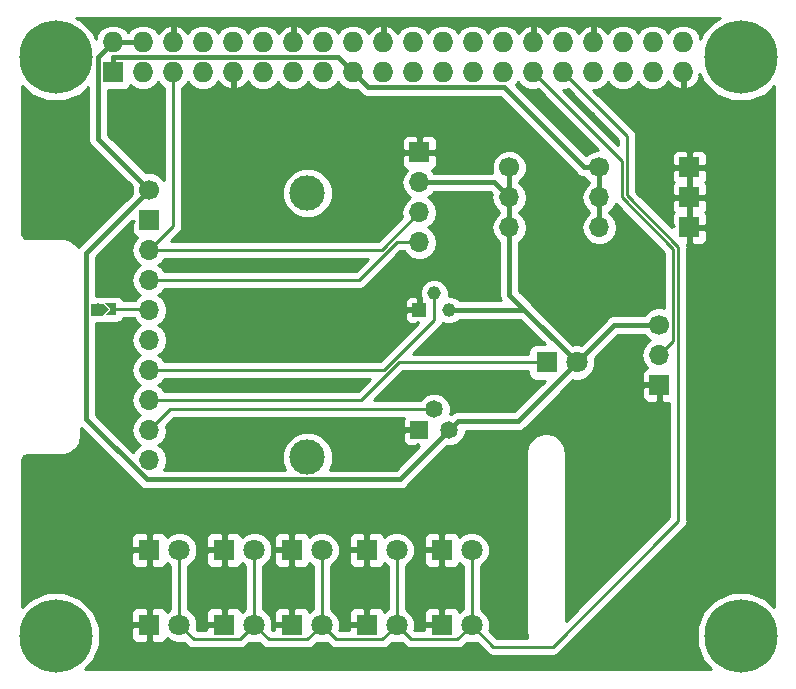
<source format=gtl>
G04 #@! TF.GenerationSoftware,KiCad,Pcbnew,5.0.2-bee76a0~70~ubuntu18.04.1*
G04 #@! TF.CreationDate,2019-10-12T02:21:46+09:00*
G04 #@! TF.ProjectId,RPi_Hat,5250695f-4861-4742-9e6b-696361645f70,rev?*
G04 #@! TF.SameCoordinates,Original*
G04 #@! TF.FileFunction,Copper,L1,Top*
G04 #@! TF.FilePolarity,Positive*
%FSLAX46Y46*%
G04 Gerber Fmt 4.6, Leading zero omitted, Abs format (unit mm)*
G04 Created by KiCad (PCBNEW 5.0.2-bee76a0~70~ubuntu18.04.1) date 2019年10月12日 02時21分46秒*
%MOMM*%
%LPD*%
G01*
G04 APERTURE LIST*
G04 #@! TA.AperFunction,ComponentPad*
%ADD10O,1.700000X1.700000*%
G04 #@! TD*
G04 #@! TA.AperFunction,ComponentPad*
%ADD11R,1.700000X1.700000*%
G04 #@! TD*
G04 #@! TA.AperFunction,ComponentPad*
%ADD12C,1.700000*%
G04 #@! TD*
G04 #@! TA.AperFunction,ComponentPad*
%ADD13C,3.000000*%
G04 #@! TD*
G04 #@! TA.AperFunction,ComponentPad*
%ADD14C,6.200000*%
G04 #@! TD*
G04 #@! TA.AperFunction,ComponentPad*
%ADD15R,1.485900X1.485900*%
G04 #@! TD*
G04 #@! TA.AperFunction,ComponentPad*
%ADD16C,1.485900*%
G04 #@! TD*
G04 #@! TA.AperFunction,ComponentPad*
%ADD17R,1.160000X1.160000*%
G04 #@! TD*
G04 #@! TA.AperFunction,ComponentPad*
%ADD18C,1.160000*%
G04 #@! TD*
G04 #@! TA.AperFunction,ComponentPad*
%ADD19R,1.727200X1.727200*%
G04 #@! TD*
G04 #@! TA.AperFunction,ComponentPad*
%ADD20O,1.727200X1.727200*%
G04 #@! TD*
G04 #@! TA.AperFunction,ComponentPad*
%ADD21R,1.800000X1.800000*%
G04 #@! TD*
G04 #@! TA.AperFunction,ComponentPad*
%ADD22C,1.800000*%
G04 #@! TD*
G04 #@! TA.AperFunction,SMDPad,CuDef*
%ADD23C,0.707000*%
G04 #@! TD*
G04 #@! TA.AperFunction,Conductor*
%ADD24C,0.100000*%
G04 #@! TD*
G04 #@! TA.AperFunction,SMDPad,CuDef*
%ADD25C,0.353624*%
G04 #@! TD*
G04 #@! TA.AperFunction,SMDPad,CuDef*
%ADD26R,0.500000X1.000000*%
G04 #@! TD*
G04 #@! TA.AperFunction,SMDPad,CuDef*
%ADD27R,1.000000X1.000000*%
G04 #@! TD*
G04 #@! TA.AperFunction,ComponentPad*
%ADD28C,1.000000*%
G04 #@! TD*
G04 #@! TA.AperFunction,ComponentPad*
%ADD29C,0.500000*%
G04 #@! TD*
G04 #@! TA.AperFunction,ViaPad*
%ADD30C,0.600000*%
G04 #@! TD*
G04 #@! TA.AperFunction,Conductor*
%ADD31C,0.250000*%
G04 #@! TD*
G04 #@! TA.AperFunction,Conductor*
%ADD32C,0.400000*%
G04 #@! TD*
G04 #@! TA.AperFunction,Conductor*
%ADD33C,0.254000*%
G04 #@! TD*
G04 APERTURE END LIST*
D10*
G04 #@! TO.P,U2,7*
G04 #@! TO.N,Net-(U2-Pad7)*
X31750000Y-54610000D03*
G04 #@! TO.P,U2,6*
G04 #@! TO.N,A2*
X31750000Y-52070000D03*
G04 #@! TO.P,U2,5*
G04 #@! TO.N,A1*
X31750000Y-49530000D03*
G04 #@! TO.P,U2,4*
G04 #@! TO.N,A0*
X31750000Y-46990000D03*
G04 #@! TO.P,U2,2*
G04 #@! TO.N,Net-(U2-Pad2)*
X31750000Y-44450000D03*
G04 #@! TO.P,U2,1*
G04 #@! TO.N,Net-(JP1-Pad1)*
X31750000Y-41910000D03*
G04 #@! TO.P,U2,9*
G04 #@! TO.N,SDA*
X31750000Y-39370000D03*
G04 #@! TO.P,U2,10*
G04 #@! TO.N,SCL*
X31750000Y-36830000D03*
D11*
G04 #@! TO.P,U2,3*
G04 #@! TO.N,GND*
X31750000Y-34290000D03*
D12*
G04 #@! TO.P,U2,8*
G04 #@! TO.N,VCC*
X31750000Y-31750000D03*
D13*
G04 #@! TO.P,U2,*
G04 #@! TO.N,*
X45148500Y-32004000D03*
X45148500Y-54356000D03*
G04 #@! TD*
D14*
G04 #@! TO.P,,*
G04 #@! TO.N,*
X81820000Y-20510000D03*
G04 #@! TD*
G04 #@! TO.P,,*
G04 #@! TO.N,*
X23820000Y-20510000D03*
G04 #@! TD*
G04 #@! TO.P,,*
G04 #@! TO.N,*
X23820000Y-69510000D03*
G04 #@! TD*
G04 #@! TO.P,,*
G04 #@! TO.N,*
X81820000Y-69510000D03*
G04 #@! TD*
D15*
G04 #@! TO.P,Temperature,1*
G04 #@! TO.N,GND*
X54610000Y-52070000D03*
D16*
G04 #@! TO.P,Temperature,3*
G04 #@! TO.N,A2*
X55880000Y-50292000D03*
G04 #@! TO.P,Temperature,2*
G04 #@! TO.N,VCC*
X57150000Y-52070000D03*
G04 #@! TD*
D11*
G04 #@! TO.P,I2C,1*
G04 #@! TO.N,GND*
X54610000Y-28575000D03*
D10*
G04 #@! TO.P,I2C,2*
G04 #@! TO.N,VCC*
X54610000Y-31115000D03*
G04 #@! TO.P,I2C,3*
G04 #@! TO.N,SCL*
X54610000Y-33655000D03*
G04 #@! TO.P,I2C,4*
G04 #@! TO.N,SDA*
X54610000Y-36195000D03*
G04 #@! TD*
G04 #@! TO.P,3.3V,3*
G04 #@! TO.N,3.3V*
X69850000Y-34925000D03*
G04 #@! TO.P,3.3V,2*
X69850000Y-32385000D03*
D12*
G04 #@! TO.P,3.3V,1*
X69850000Y-29845000D03*
G04 #@! TD*
G04 #@! TO.P,VCC,1*
G04 #@! TO.N,VCC*
X62230000Y-29845000D03*
D10*
G04 #@! TO.P,VCC,2*
X62230000Y-32385000D03*
G04 #@! TO.P,VCC,3*
X62230000Y-34925000D03*
G04 #@! TD*
D11*
G04 #@! TO.P,GND,1*
G04 #@! TO.N,GND*
X77470000Y-29845000D03*
G04 #@! TO.P,GND,2*
X77470000Y-32385000D03*
G04 #@! TO.P,GND,3*
X77470000Y-34925000D03*
G04 #@! TD*
G04 #@! TO.P,Motion,3*
G04 #@! TO.N,GND*
X74930000Y-48260000D03*
D10*
G04 #@! TO.P,Motion,2*
G04 #@! TO.N,BCM5*
X74930000Y-45720000D03*
D12*
G04 #@! TO.P,Motion,1*
G04 #@! TO.N,VCC*
X74930000Y-43180000D03*
G04 #@! TD*
D17*
G04 #@! TO.P,Magnetic,2*
G04 #@! TO.N,GND*
X54610000Y-41910000D03*
D18*
G04 #@! TO.P,Magnetic,3*
G04 #@! TO.N,A0*
X55880000Y-40513000D03*
G04 #@! TO.P,Magnetic,1*
G04 #@! TO.N,VCC*
X57150000Y-41910000D03*
G04 #@! TD*
D19*
G04 #@! TO.P,J2,1*
G04 #@! TO.N,3.3V*
X28690000Y-21780000D03*
D20*
G04 #@! TO.P,J2,2*
G04 #@! TO.N,VCC*
X28690000Y-19240000D03*
G04 #@! TO.P,J2,3*
G04 #@! TO.N,SDA*
X31230000Y-21780000D03*
G04 #@! TO.P,J2,4*
G04 #@! TO.N,VCC*
X31230000Y-19240000D03*
G04 #@! TO.P,J2,5*
G04 #@! TO.N,SCL*
X33770000Y-21780000D03*
G04 #@! TO.P,J2,6*
G04 #@! TO.N,GND*
X33770000Y-19240000D03*
G04 #@! TO.P,J2,7*
G04 #@! TO.N,Net-(J2-Pad7)*
X36310000Y-21780000D03*
G04 #@! TO.P,J2,8*
G04 #@! TO.N,Net-(J2-Pad8)*
X36310000Y-19240000D03*
G04 #@! TO.P,J2,9*
G04 #@! TO.N,GND*
X38850000Y-21780000D03*
G04 #@! TO.P,J2,10*
G04 #@! TO.N,Net-(J2-Pad10)*
X38850000Y-19240000D03*
G04 #@! TO.P,J2,11*
G04 #@! TO.N,Net-(J2-Pad11)*
X41390000Y-21780000D03*
G04 #@! TO.P,J2,12*
G04 #@! TO.N,Net-(J2-Pad12)*
X41390000Y-19240000D03*
G04 #@! TO.P,J2,13*
G04 #@! TO.N,Net-(J2-Pad13)*
X43930000Y-21780000D03*
G04 #@! TO.P,J2,14*
G04 #@! TO.N,GND*
X43930000Y-19240000D03*
G04 #@! TO.P,J2,15*
G04 #@! TO.N,Net-(J2-Pad15)*
X46470000Y-21780000D03*
G04 #@! TO.P,J2,16*
G04 #@! TO.N,Net-(J2-Pad16)*
X46470000Y-19240000D03*
G04 #@! TO.P,J2,17*
G04 #@! TO.N,3.3V*
X49010000Y-21780000D03*
G04 #@! TO.P,J2,18*
G04 #@! TO.N,Net-(J2-Pad18)*
X49010000Y-19240000D03*
G04 #@! TO.P,J2,19*
G04 #@! TO.N,Net-(J2-Pad19)*
X51550000Y-21780000D03*
G04 #@! TO.P,J2,20*
G04 #@! TO.N,GND*
X51550000Y-19240000D03*
G04 #@! TO.P,J2,21*
G04 #@! TO.N,Net-(J2-Pad21)*
X54090000Y-21780000D03*
G04 #@! TO.P,J2,22*
G04 #@! TO.N,Net-(J2-Pad22)*
X54090000Y-19240000D03*
G04 #@! TO.P,J2,23*
G04 #@! TO.N,Net-(J2-Pad23)*
X56630000Y-21780000D03*
G04 #@! TO.P,J2,24*
G04 #@! TO.N,Net-(J2-Pad24)*
X56630000Y-19240000D03*
G04 #@! TO.P,J2,25*
G04 #@! TO.N,GND*
X59170000Y-21780000D03*
G04 #@! TO.P,J2,26*
G04 #@! TO.N,Net-(J2-Pad26)*
X59170000Y-19240000D03*
G04 #@! TO.P,J2,27*
G04 #@! TO.N,Net-(J2-Pad27)*
X61710000Y-21780000D03*
G04 #@! TO.P,J2,28*
G04 #@! TO.N,Net-(J2-Pad28)*
X61710000Y-19240000D03*
G04 #@! TO.P,J2,29*
G04 #@! TO.N,BCM5*
X64250000Y-21780000D03*
G04 #@! TO.P,J2,30*
G04 #@! TO.N,GND*
X64250000Y-19240000D03*
G04 #@! TO.P,J2,31*
G04 #@! TO.N,BCM6*
X66790000Y-21780000D03*
G04 #@! TO.P,J2,32*
G04 #@! TO.N,Net-(J2-Pad32)*
X66790000Y-19240000D03*
G04 #@! TO.P,J2,33*
G04 #@! TO.N,Net-(J2-Pad33)*
X69330000Y-21780000D03*
G04 #@! TO.P,J2,34*
G04 #@! TO.N,GND*
X69330000Y-19240000D03*
G04 #@! TO.P,J2,35*
G04 #@! TO.N,Net-(J2-Pad35)*
X71870000Y-21780000D03*
G04 #@! TO.P,J2,36*
G04 #@! TO.N,Net-(J2-Pad36)*
X71870000Y-19240000D03*
G04 #@! TO.P,J2,37*
G04 #@! TO.N,Net-(J2-Pad37)*
X74410000Y-21780000D03*
G04 #@! TO.P,J2,38*
G04 #@! TO.N,Net-(J2-Pad38)*
X74410000Y-19240000D03*
G04 #@! TO.P,J2,39*
G04 #@! TO.N,GND*
X76950000Y-21780000D03*
G04 #@! TO.P,J2,40*
G04 #@! TO.N,Net-(J2-Pad40)*
X76950000Y-19240000D03*
G04 #@! TD*
D21*
G04 #@! TO.P,Luminosity,1*
G04 #@! TO.N,A1*
X65405000Y-46355000D03*
D22*
G04 #@! TO.P,Luminosity,2*
G04 #@! TO.N,VCC*
X67945000Y-46355000D03*
G04 #@! TD*
G04 #@! TO.P,D2,2*
G04 #@! TO.N,BCM6*
X34290000Y-62230000D03*
D21*
G04 #@! TO.P,D2,1*
G04 #@! TO.N,GND*
X31750000Y-62230000D03*
G04 #@! TD*
G04 #@! TO.P,D3,1*
G04 #@! TO.N,GND*
X31750000Y-68580000D03*
D22*
G04 #@! TO.P,D3,2*
G04 #@! TO.N,BCM6*
X34290000Y-68580000D03*
G04 #@! TD*
G04 #@! TO.P,D4,2*
G04 #@! TO.N,BCM6*
X40640000Y-62230000D03*
D21*
G04 #@! TO.P,D4,1*
G04 #@! TO.N,GND*
X38100000Y-62230000D03*
G04 #@! TD*
G04 #@! TO.P,D5,1*
G04 #@! TO.N,GND*
X38100000Y-68580000D03*
D22*
G04 #@! TO.P,D5,2*
G04 #@! TO.N,BCM6*
X40640000Y-68580000D03*
G04 #@! TD*
G04 #@! TO.P,D6,2*
G04 #@! TO.N,BCM6*
X46355000Y-62230000D03*
D21*
G04 #@! TO.P,D6,1*
G04 #@! TO.N,GND*
X43815000Y-62230000D03*
G04 #@! TD*
G04 #@! TO.P,D7,1*
G04 #@! TO.N,GND*
X43815000Y-68580000D03*
D22*
G04 #@! TO.P,D7,2*
G04 #@! TO.N,BCM6*
X46355000Y-68580000D03*
G04 #@! TD*
G04 #@! TO.P,D8,2*
G04 #@! TO.N,BCM6*
X52705000Y-62230000D03*
D21*
G04 #@! TO.P,D8,1*
G04 #@! TO.N,GND*
X50165000Y-62230000D03*
G04 #@! TD*
G04 #@! TO.P,D9,1*
G04 #@! TO.N,GND*
X50165000Y-68580000D03*
D22*
G04 #@! TO.P,D9,2*
G04 #@! TO.N,BCM6*
X52705000Y-68580000D03*
G04 #@! TD*
D21*
G04 #@! TO.P,D10,1*
G04 #@! TO.N,GND*
X56515000Y-62230000D03*
D22*
G04 #@! TO.P,D10,2*
G04 #@! TO.N,BCM6*
X59055000Y-62230000D03*
G04 #@! TD*
D21*
G04 #@! TO.P,D11,1*
G04 #@! TO.N,GND*
X56515000Y-68580000D03*
D22*
G04 #@! TO.P,D11,2*
G04 #@! TO.N,BCM6*
X59055000Y-68580000D03*
G04 #@! TD*
D23*
G04 #@! TO.P,JP1,2*
G04 #@! TO.N,GND*
X27831200Y-41859200D03*
D24*
G04 #@! TD*
G04 #@! TO.N,GND*
G04 #@! TO.C,JP1*
G36*
X27831200Y-41359276D02*
X28331124Y-41859200D01*
X27831200Y-42359124D01*
X27331276Y-41859200D01*
X27831200Y-41359276D01*
X27831200Y-41359276D01*
G37*
D25*
G04 #@! TO.P,JP1,1*
G04 #@! TO.N,Net-(JP1-Pad1)*
X28471200Y-41609200D03*
D24*
G04 #@! TD*
G04 #@! TO.N,Net-(JP1-Pad1)*
G04 #@! TO.C,JP1*
G36*
X28971250Y-41359200D02*
X28471250Y-41859200D01*
X28471150Y-41859200D01*
X27971150Y-41359200D01*
X28971250Y-41359200D01*
X28971250Y-41359200D01*
G37*
D25*
G04 #@! TO.P,JP1,1*
G04 #@! TO.N,Net-(JP1-Pad1)*
X28471200Y-42109200D03*
D24*
G04 #@! TD*
G04 #@! TO.N,Net-(JP1-Pad1)*
G04 #@! TO.C,JP1*
G36*
X27971150Y-42359200D02*
X28471150Y-41859200D01*
X28471250Y-41859200D01*
X28971250Y-42359200D01*
X27971150Y-42359200D01*
X27971150Y-42359200D01*
G37*
D26*
G04 #@! TO.P,JP1,1*
G04 #@! TO.N,Net-(JP1-Pad1)*
X28721200Y-41859200D03*
D27*
G04 #@! TO.P,JP1,2*
G04 #@! TO.N,GND*
X27330000Y-41874600D03*
D28*
X27370000Y-41864600D03*
D29*
G04 #@! TO.P,JP1,1*
G04 #@! TO.N,Net-(JP1-Pad1)*
X28710000Y-41844600D03*
G04 #@! TD*
D30*
G04 #@! TO.N,*
X81788000Y-67246500D03*
X81851500Y-71755000D03*
X84137500Y-69596000D03*
X83502500Y-67945000D03*
X83375500Y-71120000D03*
X79629000Y-69532500D03*
X80200500Y-67945000D03*
X80200500Y-71120000D03*
X23876000Y-71755000D03*
X26098500Y-69532500D03*
X21590000Y-69469000D03*
X23812500Y-67183000D03*
X25463500Y-67945000D03*
X25527000Y-70993000D03*
X22161500Y-70993000D03*
X22288500Y-67881500D03*
X23812500Y-22669500D03*
X23749000Y-18224500D03*
X21590000Y-20447000D03*
X26035000Y-20510500D03*
X25400000Y-18859500D03*
X22098000Y-22034500D03*
X25527000Y-22034500D03*
X22161500Y-18923000D03*
X81851500Y-22796500D03*
X81788000Y-18224500D03*
X79502000Y-20510500D03*
X84137500Y-20574000D03*
X83502500Y-18986500D03*
X80200500Y-18986500D03*
X80264000Y-22098000D03*
X83439000Y-22161500D03*
G04 #@! TO.N,GND*
X24765000Y-30480000D03*
X29210000Y-46355000D03*
X27940000Y-38735000D03*
X38735000Y-38100000D03*
X60325000Y-44450000D03*
X38100000Y-53975000D03*
X66675000Y-26035000D03*
X32385000Y-26670000D03*
X28575000Y-25400000D03*
X69215000Y-25400000D03*
X40640000Y-48260000D03*
X59055000Y-48895000D03*
G04 #@! TD*
D31*
G04 #@! TO.N,A1*
X52891653Y-46355000D02*
X65405000Y-46355000D01*
X49716653Y-49530000D02*
X52891653Y-46355000D01*
X31750000Y-49530000D02*
X49716653Y-49530000D01*
D32*
G04 #@! TO.N,VCC*
X27826401Y-20103599D02*
X28690000Y-19240000D01*
X27426399Y-20503601D02*
X27826401Y-20103599D01*
X31750000Y-31750000D02*
X27426399Y-27426399D01*
X27426399Y-27426399D02*
X27426399Y-20503601D01*
X62230000Y-32385000D02*
X62230000Y-29845000D01*
X62230000Y-34925000D02*
X62230000Y-32385000D01*
X28690000Y-19240000D02*
X31230000Y-19240000D01*
X63500000Y-41910000D02*
X57150000Y-41910000D01*
X67945000Y-46355000D02*
X63500000Y-41910000D01*
X71120000Y-43180000D02*
X74930000Y-43180000D01*
X67945000Y-46355000D02*
X71120000Y-43180000D01*
X62230000Y-40640000D02*
X67945000Y-46355000D01*
X62230000Y-34925000D02*
X62230000Y-40640000D01*
X60960000Y-31115000D02*
X62230000Y-32385000D01*
X54610000Y-31115000D02*
X60960000Y-31115000D01*
X62972949Y-51327051D02*
X67945000Y-46355000D01*
X57892949Y-51327051D02*
X62972949Y-51327051D01*
X57150000Y-52070000D02*
X57892949Y-51327051D01*
X26429999Y-37070001D02*
X30900001Y-32599999D01*
X26429999Y-51140001D02*
X26429999Y-37070001D01*
X31545999Y-56256001D02*
X26429999Y-51140001D01*
X30900001Y-32599999D02*
X31750000Y-31750000D01*
X52963999Y-56256001D02*
X31545999Y-56256001D01*
X57150000Y-52070000D02*
X52963999Y-56256001D01*
D31*
G04 #@! TO.N,BCM6*
X60883108Y-70408108D02*
X59055000Y-68580000D01*
X65899113Y-70408108D02*
X60883108Y-70408108D01*
X59055000Y-68580000D02*
X59055000Y-62230000D01*
X52705000Y-62230000D02*
X52705000Y-68580000D01*
X46355000Y-68580000D02*
X46355000Y-62230000D01*
X40640000Y-62230000D02*
X40640000Y-68580000D01*
X34290000Y-68580000D02*
X34290000Y-62230000D01*
X53930001Y-69805001D02*
X52705000Y-68580000D01*
X57829999Y-69805001D02*
X53930001Y-69805001D01*
X59055000Y-68580000D02*
X57829999Y-69805001D01*
X51479999Y-69805001D02*
X52705000Y-68580000D01*
X47580001Y-69805001D02*
X51479999Y-69805001D01*
X46355000Y-68580000D02*
X47580001Y-69805001D01*
X45129999Y-69805001D02*
X46355000Y-68580000D01*
X41865001Y-69805001D02*
X45129999Y-69805001D01*
X40640000Y-68580000D02*
X41865001Y-69805001D01*
X35515001Y-69805001D02*
X34290000Y-68580000D01*
X39414999Y-69805001D02*
X35515001Y-69805001D01*
X40640000Y-68580000D02*
X39414999Y-69805001D01*
X76555011Y-36548601D02*
X76555011Y-59752210D01*
X72205010Y-32198600D02*
X76555011Y-36548601D01*
X72205010Y-27195010D02*
X72205010Y-32198600D01*
X66790000Y-21780000D02*
X72205010Y-27195010D01*
X76555011Y-59752210D02*
X75565000Y-60742221D01*
X75565000Y-60742221D02*
X65899113Y-70408108D01*
X76294999Y-60012222D02*
X75565000Y-60742221D01*
D32*
G04 #@! TO.N,GND*
X77470000Y-29845000D02*
X77470000Y-32385000D01*
X77470000Y-34925000D02*
X77470000Y-32385000D01*
D31*
G04 #@! TO.N,BCM5*
X76105001Y-44544999D02*
X76105001Y-36735001D01*
X74930000Y-45720000D02*
X76105001Y-44544999D01*
X76105001Y-36735001D02*
X71755000Y-32385000D01*
X71755000Y-29285000D02*
X64250000Y-21780000D01*
X71755000Y-32385000D02*
X71755000Y-29285000D01*
D32*
G04 #@! TO.N,3.3V*
X69850000Y-32385000D02*
X69850000Y-29845000D01*
X69850000Y-34925000D02*
X69850000Y-32385000D01*
X50273601Y-23043601D02*
X49873599Y-22643599D01*
X61798601Y-23043601D02*
X50273601Y-23043601D01*
X49873599Y-22643599D02*
X49010000Y-21780000D01*
X68600000Y-29845000D02*
X61798601Y-23043601D01*
X69850000Y-29845000D02*
X68600000Y-29845000D01*
X48146401Y-20916401D02*
X49010000Y-21780000D01*
X47733601Y-20503601D02*
X48146401Y-20916401D01*
X28702799Y-20503601D02*
X47733601Y-20503601D01*
X28690001Y-20516399D02*
X28702799Y-20503601D01*
X28690000Y-21780000D02*
X28690001Y-20516399D01*
D31*
G04 #@! TO.N,SDA*
X49531410Y-39370000D02*
X31750000Y-39370000D01*
X52706410Y-36195000D02*
X49531410Y-39370000D01*
X54610000Y-36195000D02*
X52706410Y-36195000D01*
G04 #@! TO.N,SCL*
X33770000Y-34810000D02*
X31750000Y-36830000D01*
X33770000Y-21780000D02*
X33770000Y-34810000D01*
X51435000Y-36830000D02*
X54610000Y-33655000D01*
X31750000Y-36830000D02*
X51435000Y-36830000D01*
G04 #@! TO.N,Net-(JP1-Pad1)*
X31684600Y-41844600D02*
X31750000Y-41910000D01*
X28710000Y-41844600D02*
X31684600Y-41844600D01*
G04 #@! TO.N,A2*
X33528000Y-50292000D02*
X55880000Y-50292000D01*
X31750000Y-52070000D02*
X33528000Y-50292000D01*
G04 #@! TO.N,A0*
X51620243Y-46990000D02*
X55880000Y-42730243D01*
X31750000Y-46990000D02*
X51620243Y-46990000D01*
X55880000Y-40513000D02*
X55880000Y-42730243D01*
G04 #@! TD*
D33*
G04 #@! TO.N,GND*
G36*
X77077000Y-21653000D02*
X77097000Y-21653000D01*
X77097000Y-21907000D01*
X77077000Y-21907000D01*
X77077000Y-23113817D01*
X77309026Y-23234958D01*
X77724947Y-23062688D01*
X78156821Y-22668490D01*
X78404968Y-22139027D01*
X78284470Y-21907002D01*
X78355922Y-21907002D01*
X78653620Y-22625708D01*
X79704292Y-23676380D01*
X81077062Y-24245000D01*
X82562938Y-24245000D01*
X83935708Y-23676380D01*
X84635000Y-22977088D01*
X84635001Y-67042913D01*
X83935708Y-66343620D01*
X82562938Y-65775000D01*
X81077062Y-65775000D01*
X79704292Y-66343620D01*
X78653620Y-67394292D01*
X78085000Y-68767062D01*
X78085000Y-70252938D01*
X78653620Y-71625708D01*
X79352912Y-72325000D01*
X26287088Y-72325000D01*
X26986380Y-71625708D01*
X27555000Y-70252938D01*
X27555000Y-68865750D01*
X30215000Y-68865750D01*
X30215000Y-69606310D01*
X30311673Y-69839699D01*
X30490302Y-70018327D01*
X30723691Y-70115000D01*
X31464250Y-70115000D01*
X31623000Y-69956250D01*
X31623000Y-68707000D01*
X30373750Y-68707000D01*
X30215000Y-68865750D01*
X27555000Y-68865750D01*
X27555000Y-68767062D01*
X27052405Y-67553690D01*
X30215000Y-67553690D01*
X30215000Y-68294250D01*
X30373750Y-68453000D01*
X31623000Y-68453000D01*
X31623000Y-67203750D01*
X31464250Y-67045000D01*
X30723691Y-67045000D01*
X30490302Y-67141673D01*
X30311673Y-67320301D01*
X30215000Y-67553690D01*
X27052405Y-67553690D01*
X26986380Y-67394292D01*
X25935708Y-66343620D01*
X24562938Y-65775000D01*
X23077062Y-65775000D01*
X21704292Y-66343620D01*
X21005000Y-67042912D01*
X21005000Y-62515750D01*
X30215000Y-62515750D01*
X30215000Y-63256310D01*
X30311673Y-63489699D01*
X30490302Y-63668327D01*
X30723691Y-63765000D01*
X31464250Y-63765000D01*
X31623000Y-63606250D01*
X31623000Y-62357000D01*
X30373750Y-62357000D01*
X30215000Y-62515750D01*
X21005000Y-62515750D01*
X21005000Y-61203690D01*
X30215000Y-61203690D01*
X30215000Y-61944250D01*
X30373750Y-62103000D01*
X31623000Y-62103000D01*
X31623000Y-60853750D01*
X31464250Y-60695000D01*
X30723691Y-60695000D01*
X30490302Y-60791673D01*
X30311673Y-60970301D01*
X30215000Y-61203690D01*
X21005000Y-61203690D01*
X21005000Y-54577466D01*
X21041376Y-54394591D01*
X21106751Y-54296750D01*
X21204590Y-54231376D01*
X21387466Y-54195000D01*
X24387462Y-54195000D01*
X24453632Y-54181838D01*
X24453636Y-54181838D01*
X24836319Y-54105718D01*
X25083248Y-54003437D01*
X25083249Y-54003436D01*
X25407672Y-53786664D01*
X25596664Y-53597672D01*
X25813437Y-53273249D01*
X25868371Y-53140625D01*
X25915718Y-53026319D01*
X25991838Y-52643636D01*
X25991838Y-52643632D01*
X26005000Y-52577462D01*
X26005000Y-51895869D01*
X30897414Y-56788284D01*
X30943998Y-56858002D01*
X31220198Y-57042553D01*
X31463762Y-57091001D01*
X31545999Y-57107359D01*
X31628236Y-57091001D01*
X52881766Y-57091001D01*
X52963999Y-57107358D01*
X53046232Y-57091001D01*
X53046236Y-57091001D01*
X53289800Y-57042553D01*
X53566000Y-56858002D01*
X53612586Y-56788281D01*
X56952919Y-53447950D01*
X57424091Y-53447950D01*
X57930546Y-53238170D01*
X58318170Y-52850546D01*
X58527950Y-52344091D01*
X58527950Y-52162051D01*
X62890716Y-52162051D01*
X62972949Y-52178408D01*
X63055182Y-52162051D01*
X63055186Y-52162051D01*
X63298750Y-52113603D01*
X63574950Y-51929052D01*
X63621536Y-51859331D01*
X66935117Y-48545750D01*
X73445000Y-48545750D01*
X73445000Y-49236310D01*
X73541673Y-49469699D01*
X73720302Y-49648327D01*
X73953691Y-49745000D01*
X74644250Y-49745000D01*
X74803000Y-49586250D01*
X74803000Y-48387000D01*
X73603750Y-48387000D01*
X73445000Y-48545750D01*
X66935117Y-48545750D01*
X67605162Y-47875706D01*
X67639670Y-47890000D01*
X68250330Y-47890000D01*
X68814507Y-47656310D01*
X69246310Y-47224507D01*
X69480000Y-46660330D01*
X69480000Y-46049670D01*
X69465706Y-46015161D01*
X71465868Y-44015000D01*
X73668516Y-44015000D01*
X73671078Y-44021185D01*
X74088815Y-44438922D01*
X74141611Y-44460791D01*
X73859375Y-44649375D01*
X73531161Y-45140582D01*
X73415908Y-45720000D01*
X73531161Y-46299418D01*
X73859375Y-46790625D01*
X73881033Y-46805096D01*
X73720302Y-46871673D01*
X73541673Y-47050301D01*
X73445000Y-47283690D01*
X73445000Y-47974250D01*
X73603750Y-48133000D01*
X74803000Y-48133000D01*
X74803000Y-48113000D01*
X75057000Y-48113000D01*
X75057000Y-48133000D01*
X75077000Y-48133000D01*
X75077000Y-48387000D01*
X75057000Y-48387000D01*
X75057000Y-49586250D01*
X75215750Y-49745000D01*
X75795012Y-49745000D01*
X75795012Y-59437406D01*
X75080531Y-60151888D01*
X75080526Y-60151892D01*
X67005000Y-68227420D01*
X67005000Y-53942538D01*
X66991838Y-53876368D01*
X66991838Y-53876364D01*
X66915718Y-53493681D01*
X66835594Y-53300243D01*
X66813437Y-53246751D01*
X66596664Y-52922328D01*
X66407672Y-52733336D01*
X66083248Y-52516563D01*
X66072517Y-52512118D01*
X65836319Y-52414282D01*
X65453636Y-52338162D01*
X65186364Y-52338162D01*
X64803681Y-52414282D01*
X64659032Y-52474197D01*
X64556751Y-52516563D01*
X64232328Y-52733336D01*
X64043336Y-52922328D01*
X63826564Y-53246751D01*
X63826563Y-53246752D01*
X63724282Y-53493681D01*
X63648162Y-53876364D01*
X63648162Y-53876369D01*
X63635000Y-53942539D01*
X63635001Y-69077462D01*
X63648162Y-69143627D01*
X63648162Y-69143636D01*
X63724282Y-69526319D01*
X63774728Y-69648108D01*
X61197910Y-69648108D01*
X60544640Y-68994839D01*
X60590000Y-68885330D01*
X60590000Y-68274670D01*
X60356310Y-67710493D01*
X59924507Y-67278690D01*
X59815000Y-67233331D01*
X59815000Y-63576669D01*
X59924507Y-63531310D01*
X60356310Y-63099507D01*
X60590000Y-62535330D01*
X60590000Y-61924670D01*
X60356310Y-61360493D01*
X59924507Y-60928690D01*
X59360330Y-60695000D01*
X58749670Y-60695000D01*
X58185493Y-60928690D01*
X58009139Y-61105044D01*
X57953327Y-60970301D01*
X57774698Y-60791673D01*
X57541309Y-60695000D01*
X56800750Y-60695000D01*
X56642000Y-60853750D01*
X56642000Y-62103000D01*
X56662000Y-62103000D01*
X56662000Y-62357000D01*
X56642000Y-62357000D01*
X56642000Y-63606250D01*
X56800750Y-63765000D01*
X57541309Y-63765000D01*
X57774698Y-63668327D01*
X57953327Y-63489699D01*
X58009139Y-63354956D01*
X58185493Y-63531310D01*
X58295001Y-63576670D01*
X58295000Y-67233331D01*
X58185493Y-67278690D01*
X58009139Y-67455044D01*
X57953327Y-67320301D01*
X57774698Y-67141673D01*
X57541309Y-67045000D01*
X56800750Y-67045000D01*
X56642000Y-67203750D01*
X56642000Y-68453000D01*
X56662000Y-68453000D01*
X56662000Y-68707000D01*
X56642000Y-68707000D01*
X56642000Y-68727000D01*
X56388000Y-68727000D01*
X56388000Y-68707000D01*
X55138750Y-68707000D01*
X54980000Y-68865750D01*
X54980000Y-69045001D01*
X54244803Y-69045001D01*
X54194640Y-68994838D01*
X54240000Y-68885330D01*
X54240000Y-68274670D01*
X54006310Y-67710493D01*
X53849507Y-67553690D01*
X54980000Y-67553690D01*
X54980000Y-68294250D01*
X55138750Y-68453000D01*
X56388000Y-68453000D01*
X56388000Y-67203750D01*
X56229250Y-67045000D01*
X55488691Y-67045000D01*
X55255302Y-67141673D01*
X55076673Y-67320301D01*
X54980000Y-67553690D01*
X53849507Y-67553690D01*
X53574507Y-67278690D01*
X53465000Y-67233331D01*
X53465000Y-63576669D01*
X53574507Y-63531310D01*
X54006310Y-63099507D01*
X54240000Y-62535330D01*
X54240000Y-62515750D01*
X54980000Y-62515750D01*
X54980000Y-63256310D01*
X55076673Y-63489699D01*
X55255302Y-63668327D01*
X55488691Y-63765000D01*
X56229250Y-63765000D01*
X56388000Y-63606250D01*
X56388000Y-62357000D01*
X55138750Y-62357000D01*
X54980000Y-62515750D01*
X54240000Y-62515750D01*
X54240000Y-61924670D01*
X54006310Y-61360493D01*
X53849507Y-61203690D01*
X54980000Y-61203690D01*
X54980000Y-61944250D01*
X55138750Y-62103000D01*
X56388000Y-62103000D01*
X56388000Y-60853750D01*
X56229250Y-60695000D01*
X55488691Y-60695000D01*
X55255302Y-60791673D01*
X55076673Y-60970301D01*
X54980000Y-61203690D01*
X53849507Y-61203690D01*
X53574507Y-60928690D01*
X53010330Y-60695000D01*
X52399670Y-60695000D01*
X51835493Y-60928690D01*
X51659139Y-61105044D01*
X51603327Y-60970301D01*
X51424698Y-60791673D01*
X51191309Y-60695000D01*
X50450750Y-60695000D01*
X50292000Y-60853750D01*
X50292000Y-62103000D01*
X50312000Y-62103000D01*
X50312000Y-62357000D01*
X50292000Y-62357000D01*
X50292000Y-63606250D01*
X50450750Y-63765000D01*
X51191309Y-63765000D01*
X51424698Y-63668327D01*
X51603327Y-63489699D01*
X51659139Y-63354956D01*
X51835493Y-63531310D01*
X51945000Y-63576669D01*
X51945001Y-67233330D01*
X51835493Y-67278690D01*
X51659139Y-67455044D01*
X51603327Y-67320301D01*
X51424698Y-67141673D01*
X51191309Y-67045000D01*
X50450750Y-67045000D01*
X50292000Y-67203750D01*
X50292000Y-68453000D01*
X50312000Y-68453000D01*
X50312000Y-68707000D01*
X50292000Y-68707000D01*
X50292000Y-68727000D01*
X50038000Y-68727000D01*
X50038000Y-68707000D01*
X48788750Y-68707000D01*
X48630000Y-68865750D01*
X48630000Y-69045001D01*
X47894803Y-69045001D01*
X47844640Y-68994838D01*
X47890000Y-68885330D01*
X47890000Y-68274670D01*
X47656310Y-67710493D01*
X47499507Y-67553690D01*
X48630000Y-67553690D01*
X48630000Y-68294250D01*
X48788750Y-68453000D01*
X50038000Y-68453000D01*
X50038000Y-67203750D01*
X49879250Y-67045000D01*
X49138691Y-67045000D01*
X48905302Y-67141673D01*
X48726673Y-67320301D01*
X48630000Y-67553690D01*
X47499507Y-67553690D01*
X47224507Y-67278690D01*
X47115000Y-67233331D01*
X47115000Y-63576669D01*
X47224507Y-63531310D01*
X47656310Y-63099507D01*
X47890000Y-62535330D01*
X47890000Y-62515750D01*
X48630000Y-62515750D01*
X48630000Y-63256310D01*
X48726673Y-63489699D01*
X48905302Y-63668327D01*
X49138691Y-63765000D01*
X49879250Y-63765000D01*
X50038000Y-63606250D01*
X50038000Y-62357000D01*
X48788750Y-62357000D01*
X48630000Y-62515750D01*
X47890000Y-62515750D01*
X47890000Y-61924670D01*
X47656310Y-61360493D01*
X47499507Y-61203690D01*
X48630000Y-61203690D01*
X48630000Y-61944250D01*
X48788750Y-62103000D01*
X50038000Y-62103000D01*
X50038000Y-60853750D01*
X49879250Y-60695000D01*
X49138691Y-60695000D01*
X48905302Y-60791673D01*
X48726673Y-60970301D01*
X48630000Y-61203690D01*
X47499507Y-61203690D01*
X47224507Y-60928690D01*
X46660330Y-60695000D01*
X46049670Y-60695000D01*
X45485493Y-60928690D01*
X45309139Y-61105044D01*
X45253327Y-60970301D01*
X45074698Y-60791673D01*
X44841309Y-60695000D01*
X44100750Y-60695000D01*
X43942000Y-60853750D01*
X43942000Y-62103000D01*
X43962000Y-62103000D01*
X43962000Y-62357000D01*
X43942000Y-62357000D01*
X43942000Y-63606250D01*
X44100750Y-63765000D01*
X44841309Y-63765000D01*
X45074698Y-63668327D01*
X45253327Y-63489699D01*
X45309139Y-63354956D01*
X45485493Y-63531310D01*
X45595001Y-63576670D01*
X45595000Y-67233331D01*
X45485493Y-67278690D01*
X45309139Y-67455044D01*
X45253327Y-67320301D01*
X45074698Y-67141673D01*
X44841309Y-67045000D01*
X44100750Y-67045000D01*
X43942000Y-67203750D01*
X43942000Y-68453000D01*
X43962000Y-68453000D01*
X43962000Y-68707000D01*
X43942000Y-68707000D01*
X43942000Y-68727000D01*
X43688000Y-68727000D01*
X43688000Y-68707000D01*
X42438750Y-68707000D01*
X42280000Y-68865750D01*
X42280000Y-69045001D01*
X42179803Y-69045001D01*
X42129640Y-68994838D01*
X42175000Y-68885330D01*
X42175000Y-68274670D01*
X41941310Y-67710493D01*
X41784507Y-67553690D01*
X42280000Y-67553690D01*
X42280000Y-68294250D01*
X42438750Y-68453000D01*
X43688000Y-68453000D01*
X43688000Y-67203750D01*
X43529250Y-67045000D01*
X42788691Y-67045000D01*
X42555302Y-67141673D01*
X42376673Y-67320301D01*
X42280000Y-67553690D01*
X41784507Y-67553690D01*
X41509507Y-67278690D01*
X41400000Y-67233331D01*
X41400000Y-63576669D01*
X41509507Y-63531310D01*
X41941310Y-63099507D01*
X42175000Y-62535330D01*
X42175000Y-62515750D01*
X42280000Y-62515750D01*
X42280000Y-63256310D01*
X42376673Y-63489699D01*
X42555302Y-63668327D01*
X42788691Y-63765000D01*
X43529250Y-63765000D01*
X43688000Y-63606250D01*
X43688000Y-62357000D01*
X42438750Y-62357000D01*
X42280000Y-62515750D01*
X42175000Y-62515750D01*
X42175000Y-61924670D01*
X41941310Y-61360493D01*
X41784507Y-61203690D01*
X42280000Y-61203690D01*
X42280000Y-61944250D01*
X42438750Y-62103000D01*
X43688000Y-62103000D01*
X43688000Y-60853750D01*
X43529250Y-60695000D01*
X42788691Y-60695000D01*
X42555302Y-60791673D01*
X42376673Y-60970301D01*
X42280000Y-61203690D01*
X41784507Y-61203690D01*
X41509507Y-60928690D01*
X40945330Y-60695000D01*
X40334670Y-60695000D01*
X39770493Y-60928690D01*
X39594139Y-61105044D01*
X39538327Y-60970301D01*
X39359698Y-60791673D01*
X39126309Y-60695000D01*
X38385750Y-60695000D01*
X38227000Y-60853750D01*
X38227000Y-62103000D01*
X38247000Y-62103000D01*
X38247000Y-62357000D01*
X38227000Y-62357000D01*
X38227000Y-63606250D01*
X38385750Y-63765000D01*
X39126309Y-63765000D01*
X39359698Y-63668327D01*
X39538327Y-63489699D01*
X39594139Y-63354956D01*
X39770493Y-63531310D01*
X39880000Y-63576669D01*
X39880001Y-67233330D01*
X39770493Y-67278690D01*
X39594139Y-67455044D01*
X39538327Y-67320301D01*
X39359698Y-67141673D01*
X39126309Y-67045000D01*
X38385750Y-67045000D01*
X38227000Y-67203750D01*
X38227000Y-68453000D01*
X38247000Y-68453000D01*
X38247000Y-68707000D01*
X38227000Y-68707000D01*
X38227000Y-68727000D01*
X37973000Y-68727000D01*
X37973000Y-68707000D01*
X36723750Y-68707000D01*
X36565000Y-68865750D01*
X36565000Y-69045001D01*
X35829803Y-69045001D01*
X35779640Y-68994838D01*
X35825000Y-68885330D01*
X35825000Y-68274670D01*
X35591310Y-67710493D01*
X35434507Y-67553690D01*
X36565000Y-67553690D01*
X36565000Y-68294250D01*
X36723750Y-68453000D01*
X37973000Y-68453000D01*
X37973000Y-67203750D01*
X37814250Y-67045000D01*
X37073691Y-67045000D01*
X36840302Y-67141673D01*
X36661673Y-67320301D01*
X36565000Y-67553690D01*
X35434507Y-67553690D01*
X35159507Y-67278690D01*
X35050000Y-67233331D01*
X35050000Y-63576669D01*
X35159507Y-63531310D01*
X35591310Y-63099507D01*
X35825000Y-62535330D01*
X35825000Y-62515750D01*
X36565000Y-62515750D01*
X36565000Y-63256310D01*
X36661673Y-63489699D01*
X36840302Y-63668327D01*
X37073691Y-63765000D01*
X37814250Y-63765000D01*
X37973000Y-63606250D01*
X37973000Y-62357000D01*
X36723750Y-62357000D01*
X36565000Y-62515750D01*
X35825000Y-62515750D01*
X35825000Y-61924670D01*
X35591310Y-61360493D01*
X35434507Y-61203690D01*
X36565000Y-61203690D01*
X36565000Y-61944250D01*
X36723750Y-62103000D01*
X37973000Y-62103000D01*
X37973000Y-60853750D01*
X37814250Y-60695000D01*
X37073691Y-60695000D01*
X36840302Y-60791673D01*
X36661673Y-60970301D01*
X36565000Y-61203690D01*
X35434507Y-61203690D01*
X35159507Y-60928690D01*
X34595330Y-60695000D01*
X33984670Y-60695000D01*
X33420493Y-60928690D01*
X33244139Y-61105044D01*
X33188327Y-60970301D01*
X33009698Y-60791673D01*
X32776309Y-60695000D01*
X32035750Y-60695000D01*
X31877000Y-60853750D01*
X31877000Y-62103000D01*
X31897000Y-62103000D01*
X31897000Y-62357000D01*
X31877000Y-62357000D01*
X31877000Y-63606250D01*
X32035750Y-63765000D01*
X32776309Y-63765000D01*
X33009698Y-63668327D01*
X33188327Y-63489699D01*
X33244139Y-63354956D01*
X33420493Y-63531310D01*
X33530001Y-63576670D01*
X33530000Y-67233331D01*
X33420493Y-67278690D01*
X33244139Y-67455044D01*
X33188327Y-67320301D01*
X33009698Y-67141673D01*
X32776309Y-67045000D01*
X32035750Y-67045000D01*
X31877000Y-67203750D01*
X31877000Y-68453000D01*
X31897000Y-68453000D01*
X31897000Y-68707000D01*
X31877000Y-68707000D01*
X31877000Y-69956250D01*
X32035750Y-70115000D01*
X32776309Y-70115000D01*
X33009698Y-70018327D01*
X33188327Y-69839699D01*
X33244139Y-69704956D01*
X33420493Y-69881310D01*
X33984670Y-70115000D01*
X34595330Y-70115000D01*
X34704838Y-70069640D01*
X34924672Y-70289474D01*
X34967072Y-70352930D01*
X35218464Y-70520905D01*
X35440149Y-70565001D01*
X35440153Y-70565001D01*
X35515000Y-70579889D01*
X35589847Y-70565001D01*
X39340152Y-70565001D01*
X39414999Y-70579889D01*
X39489846Y-70565001D01*
X39489851Y-70565001D01*
X39711536Y-70520905D01*
X39962928Y-70352930D01*
X40005330Y-70289471D01*
X40225161Y-70069640D01*
X40334670Y-70115000D01*
X40945330Y-70115000D01*
X41054838Y-70069640D01*
X41274672Y-70289474D01*
X41317072Y-70352930D01*
X41568464Y-70520905D01*
X41790149Y-70565001D01*
X41790153Y-70565001D01*
X41865000Y-70579889D01*
X41939847Y-70565001D01*
X45055152Y-70565001D01*
X45129999Y-70579889D01*
X45204846Y-70565001D01*
X45204851Y-70565001D01*
X45426536Y-70520905D01*
X45677928Y-70352930D01*
X45720330Y-70289471D01*
X45940161Y-70069640D01*
X46049670Y-70115000D01*
X46660330Y-70115000D01*
X46769838Y-70069640D01*
X46989672Y-70289474D01*
X47032072Y-70352930D01*
X47283464Y-70520905D01*
X47505149Y-70565001D01*
X47505153Y-70565001D01*
X47580000Y-70579889D01*
X47654847Y-70565001D01*
X51405152Y-70565001D01*
X51479999Y-70579889D01*
X51554846Y-70565001D01*
X51554851Y-70565001D01*
X51776536Y-70520905D01*
X52027928Y-70352930D01*
X52070330Y-70289471D01*
X52290161Y-70069640D01*
X52399670Y-70115000D01*
X53010330Y-70115000D01*
X53119838Y-70069640D01*
X53339672Y-70289474D01*
X53382072Y-70352930D01*
X53633464Y-70520905D01*
X53855149Y-70565001D01*
X53855153Y-70565001D01*
X53930000Y-70579889D01*
X54004847Y-70565001D01*
X57755152Y-70565001D01*
X57829999Y-70579889D01*
X57904846Y-70565001D01*
X57904851Y-70565001D01*
X58126536Y-70520905D01*
X58377928Y-70352930D01*
X58420330Y-70289471D01*
X58640161Y-70069640D01*
X58749670Y-70115000D01*
X59360330Y-70115000D01*
X59469839Y-70069640D01*
X60292779Y-70892581D01*
X60335179Y-70956037D01*
X60586571Y-71124012D01*
X60808256Y-71168108D01*
X60808260Y-71168108D01*
X60883107Y-71182996D01*
X60957954Y-71168108D01*
X65824266Y-71168108D01*
X65899113Y-71182996D01*
X65973960Y-71168108D01*
X65973965Y-71168108D01*
X66195650Y-71124012D01*
X66447042Y-70956037D01*
X66489444Y-70892578D01*
X76155329Y-61226695D01*
X76155333Y-61226689D01*
X76178332Y-61203690D01*
X76885328Y-60496696D01*
X76885330Y-60496692D01*
X77039484Y-60342539D01*
X77102940Y-60300139D01*
X77270915Y-60048747D01*
X77315011Y-59827062D01*
X77315011Y-59827057D01*
X77329899Y-59752210D01*
X77315011Y-59677363D01*
X77315011Y-36623447D01*
X77329899Y-36548600D01*
X77315011Y-36473753D01*
X77315011Y-36473749D01*
X77282740Y-36311510D01*
X77343000Y-36251250D01*
X77343000Y-35052000D01*
X77597000Y-35052000D01*
X77597000Y-36251250D01*
X77755750Y-36410000D01*
X78446309Y-36410000D01*
X78679698Y-36313327D01*
X78858327Y-36134699D01*
X78955000Y-35901310D01*
X78955000Y-35210750D01*
X78796250Y-35052000D01*
X77597000Y-35052000D01*
X77343000Y-35052000D01*
X77323000Y-35052000D01*
X77323000Y-34798000D01*
X77343000Y-34798000D01*
X77343000Y-32512000D01*
X77597000Y-32512000D01*
X77597000Y-34798000D01*
X78796250Y-34798000D01*
X78955000Y-34639250D01*
X78955000Y-33948690D01*
X78858327Y-33715301D01*
X78798026Y-33655000D01*
X78858327Y-33594699D01*
X78955000Y-33361310D01*
X78955000Y-32670750D01*
X78796250Y-32512000D01*
X77597000Y-32512000D01*
X77343000Y-32512000D01*
X76143750Y-32512000D01*
X75985000Y-32670750D01*
X75985000Y-33361310D01*
X76081673Y-33594699D01*
X76141974Y-33655000D01*
X76081673Y-33715301D01*
X75985000Y-33948690D01*
X75985000Y-34639250D01*
X76143748Y-34797998D01*
X75985000Y-34797998D01*
X75985000Y-34903788D01*
X72965010Y-31883799D01*
X72965010Y-30130750D01*
X75985000Y-30130750D01*
X75985000Y-30821310D01*
X76081673Y-31054699D01*
X76141974Y-31115000D01*
X76081673Y-31175301D01*
X75985000Y-31408690D01*
X75985000Y-32099250D01*
X76143750Y-32258000D01*
X77343000Y-32258000D01*
X77343000Y-29972000D01*
X77597000Y-29972000D01*
X77597000Y-32258000D01*
X78796250Y-32258000D01*
X78955000Y-32099250D01*
X78955000Y-31408690D01*
X78858327Y-31175301D01*
X78798026Y-31115000D01*
X78858327Y-31054699D01*
X78955000Y-30821310D01*
X78955000Y-30130750D01*
X78796250Y-29972000D01*
X77597000Y-29972000D01*
X77343000Y-29972000D01*
X76143750Y-29972000D01*
X75985000Y-30130750D01*
X72965010Y-30130750D01*
X72965010Y-28868690D01*
X75985000Y-28868690D01*
X75985000Y-29559250D01*
X76143750Y-29718000D01*
X77343000Y-29718000D01*
X77343000Y-28518750D01*
X77597000Y-28518750D01*
X77597000Y-29718000D01*
X78796250Y-29718000D01*
X78955000Y-29559250D01*
X78955000Y-28868690D01*
X78858327Y-28635301D01*
X78679698Y-28456673D01*
X78446309Y-28360000D01*
X77755750Y-28360000D01*
X77597000Y-28518750D01*
X77343000Y-28518750D01*
X77184250Y-28360000D01*
X76493691Y-28360000D01*
X76260302Y-28456673D01*
X76081673Y-28635301D01*
X75985000Y-28868690D01*
X72965010Y-28868690D01*
X72965010Y-27269858D01*
X72979898Y-27195010D01*
X72965010Y-27120162D01*
X72965010Y-27120158D01*
X72920914Y-26898473D01*
X72752939Y-26647081D01*
X72689483Y-26604681D01*
X69363401Y-23278600D01*
X69477598Y-23278600D01*
X69914725Y-23191650D01*
X70410430Y-22860430D01*
X70600000Y-22576719D01*
X70789570Y-22860430D01*
X71285275Y-23191650D01*
X71722402Y-23278600D01*
X72017598Y-23278600D01*
X72454725Y-23191650D01*
X72950430Y-22860430D01*
X73140000Y-22576719D01*
X73329570Y-22860430D01*
X73825275Y-23191650D01*
X74262402Y-23278600D01*
X74557598Y-23278600D01*
X74994725Y-23191650D01*
X75490430Y-22860430D01*
X75691854Y-22558979D01*
X75743179Y-22668490D01*
X76175053Y-23062688D01*
X76590974Y-23234958D01*
X76823000Y-23113817D01*
X76823000Y-21907000D01*
X76803000Y-21907000D01*
X76803000Y-21653000D01*
X76823000Y-21653000D01*
X76823000Y-21633000D01*
X77077000Y-21633000D01*
X77077000Y-21653000D01*
X77077000Y-21653000D01*
G37*
X77077000Y-21653000D02*
X77097000Y-21653000D01*
X77097000Y-21907000D01*
X77077000Y-21907000D01*
X77077000Y-23113817D01*
X77309026Y-23234958D01*
X77724947Y-23062688D01*
X78156821Y-22668490D01*
X78404968Y-22139027D01*
X78284470Y-21907002D01*
X78355922Y-21907002D01*
X78653620Y-22625708D01*
X79704292Y-23676380D01*
X81077062Y-24245000D01*
X82562938Y-24245000D01*
X83935708Y-23676380D01*
X84635000Y-22977088D01*
X84635001Y-67042913D01*
X83935708Y-66343620D01*
X82562938Y-65775000D01*
X81077062Y-65775000D01*
X79704292Y-66343620D01*
X78653620Y-67394292D01*
X78085000Y-68767062D01*
X78085000Y-70252938D01*
X78653620Y-71625708D01*
X79352912Y-72325000D01*
X26287088Y-72325000D01*
X26986380Y-71625708D01*
X27555000Y-70252938D01*
X27555000Y-68865750D01*
X30215000Y-68865750D01*
X30215000Y-69606310D01*
X30311673Y-69839699D01*
X30490302Y-70018327D01*
X30723691Y-70115000D01*
X31464250Y-70115000D01*
X31623000Y-69956250D01*
X31623000Y-68707000D01*
X30373750Y-68707000D01*
X30215000Y-68865750D01*
X27555000Y-68865750D01*
X27555000Y-68767062D01*
X27052405Y-67553690D01*
X30215000Y-67553690D01*
X30215000Y-68294250D01*
X30373750Y-68453000D01*
X31623000Y-68453000D01*
X31623000Y-67203750D01*
X31464250Y-67045000D01*
X30723691Y-67045000D01*
X30490302Y-67141673D01*
X30311673Y-67320301D01*
X30215000Y-67553690D01*
X27052405Y-67553690D01*
X26986380Y-67394292D01*
X25935708Y-66343620D01*
X24562938Y-65775000D01*
X23077062Y-65775000D01*
X21704292Y-66343620D01*
X21005000Y-67042912D01*
X21005000Y-62515750D01*
X30215000Y-62515750D01*
X30215000Y-63256310D01*
X30311673Y-63489699D01*
X30490302Y-63668327D01*
X30723691Y-63765000D01*
X31464250Y-63765000D01*
X31623000Y-63606250D01*
X31623000Y-62357000D01*
X30373750Y-62357000D01*
X30215000Y-62515750D01*
X21005000Y-62515750D01*
X21005000Y-61203690D01*
X30215000Y-61203690D01*
X30215000Y-61944250D01*
X30373750Y-62103000D01*
X31623000Y-62103000D01*
X31623000Y-60853750D01*
X31464250Y-60695000D01*
X30723691Y-60695000D01*
X30490302Y-60791673D01*
X30311673Y-60970301D01*
X30215000Y-61203690D01*
X21005000Y-61203690D01*
X21005000Y-54577466D01*
X21041376Y-54394591D01*
X21106751Y-54296750D01*
X21204590Y-54231376D01*
X21387466Y-54195000D01*
X24387462Y-54195000D01*
X24453632Y-54181838D01*
X24453636Y-54181838D01*
X24836319Y-54105718D01*
X25083248Y-54003437D01*
X25083249Y-54003436D01*
X25407672Y-53786664D01*
X25596664Y-53597672D01*
X25813437Y-53273249D01*
X25868371Y-53140625D01*
X25915718Y-53026319D01*
X25991838Y-52643636D01*
X25991838Y-52643632D01*
X26005000Y-52577462D01*
X26005000Y-51895869D01*
X30897414Y-56788284D01*
X30943998Y-56858002D01*
X31220198Y-57042553D01*
X31463762Y-57091001D01*
X31545999Y-57107359D01*
X31628236Y-57091001D01*
X52881766Y-57091001D01*
X52963999Y-57107358D01*
X53046232Y-57091001D01*
X53046236Y-57091001D01*
X53289800Y-57042553D01*
X53566000Y-56858002D01*
X53612586Y-56788281D01*
X56952919Y-53447950D01*
X57424091Y-53447950D01*
X57930546Y-53238170D01*
X58318170Y-52850546D01*
X58527950Y-52344091D01*
X58527950Y-52162051D01*
X62890716Y-52162051D01*
X62972949Y-52178408D01*
X63055182Y-52162051D01*
X63055186Y-52162051D01*
X63298750Y-52113603D01*
X63574950Y-51929052D01*
X63621536Y-51859331D01*
X66935117Y-48545750D01*
X73445000Y-48545750D01*
X73445000Y-49236310D01*
X73541673Y-49469699D01*
X73720302Y-49648327D01*
X73953691Y-49745000D01*
X74644250Y-49745000D01*
X74803000Y-49586250D01*
X74803000Y-48387000D01*
X73603750Y-48387000D01*
X73445000Y-48545750D01*
X66935117Y-48545750D01*
X67605162Y-47875706D01*
X67639670Y-47890000D01*
X68250330Y-47890000D01*
X68814507Y-47656310D01*
X69246310Y-47224507D01*
X69480000Y-46660330D01*
X69480000Y-46049670D01*
X69465706Y-46015161D01*
X71465868Y-44015000D01*
X73668516Y-44015000D01*
X73671078Y-44021185D01*
X74088815Y-44438922D01*
X74141611Y-44460791D01*
X73859375Y-44649375D01*
X73531161Y-45140582D01*
X73415908Y-45720000D01*
X73531161Y-46299418D01*
X73859375Y-46790625D01*
X73881033Y-46805096D01*
X73720302Y-46871673D01*
X73541673Y-47050301D01*
X73445000Y-47283690D01*
X73445000Y-47974250D01*
X73603750Y-48133000D01*
X74803000Y-48133000D01*
X74803000Y-48113000D01*
X75057000Y-48113000D01*
X75057000Y-48133000D01*
X75077000Y-48133000D01*
X75077000Y-48387000D01*
X75057000Y-48387000D01*
X75057000Y-49586250D01*
X75215750Y-49745000D01*
X75795012Y-49745000D01*
X75795012Y-59437406D01*
X75080531Y-60151888D01*
X75080526Y-60151892D01*
X67005000Y-68227420D01*
X67005000Y-53942538D01*
X66991838Y-53876368D01*
X66991838Y-53876364D01*
X66915718Y-53493681D01*
X66835594Y-53300243D01*
X66813437Y-53246751D01*
X66596664Y-52922328D01*
X66407672Y-52733336D01*
X66083248Y-52516563D01*
X66072517Y-52512118D01*
X65836319Y-52414282D01*
X65453636Y-52338162D01*
X65186364Y-52338162D01*
X64803681Y-52414282D01*
X64659032Y-52474197D01*
X64556751Y-52516563D01*
X64232328Y-52733336D01*
X64043336Y-52922328D01*
X63826564Y-53246751D01*
X63826563Y-53246752D01*
X63724282Y-53493681D01*
X63648162Y-53876364D01*
X63648162Y-53876369D01*
X63635000Y-53942539D01*
X63635001Y-69077462D01*
X63648162Y-69143627D01*
X63648162Y-69143636D01*
X63724282Y-69526319D01*
X63774728Y-69648108D01*
X61197910Y-69648108D01*
X60544640Y-68994839D01*
X60590000Y-68885330D01*
X60590000Y-68274670D01*
X60356310Y-67710493D01*
X59924507Y-67278690D01*
X59815000Y-67233331D01*
X59815000Y-63576669D01*
X59924507Y-63531310D01*
X60356310Y-63099507D01*
X60590000Y-62535330D01*
X60590000Y-61924670D01*
X60356310Y-61360493D01*
X59924507Y-60928690D01*
X59360330Y-60695000D01*
X58749670Y-60695000D01*
X58185493Y-60928690D01*
X58009139Y-61105044D01*
X57953327Y-60970301D01*
X57774698Y-60791673D01*
X57541309Y-60695000D01*
X56800750Y-60695000D01*
X56642000Y-60853750D01*
X56642000Y-62103000D01*
X56662000Y-62103000D01*
X56662000Y-62357000D01*
X56642000Y-62357000D01*
X56642000Y-63606250D01*
X56800750Y-63765000D01*
X57541309Y-63765000D01*
X57774698Y-63668327D01*
X57953327Y-63489699D01*
X58009139Y-63354956D01*
X58185493Y-63531310D01*
X58295001Y-63576670D01*
X58295000Y-67233331D01*
X58185493Y-67278690D01*
X58009139Y-67455044D01*
X57953327Y-67320301D01*
X57774698Y-67141673D01*
X57541309Y-67045000D01*
X56800750Y-67045000D01*
X56642000Y-67203750D01*
X56642000Y-68453000D01*
X56662000Y-68453000D01*
X56662000Y-68707000D01*
X56642000Y-68707000D01*
X56642000Y-68727000D01*
X56388000Y-68727000D01*
X56388000Y-68707000D01*
X55138750Y-68707000D01*
X54980000Y-68865750D01*
X54980000Y-69045001D01*
X54244803Y-69045001D01*
X54194640Y-68994838D01*
X54240000Y-68885330D01*
X54240000Y-68274670D01*
X54006310Y-67710493D01*
X53849507Y-67553690D01*
X54980000Y-67553690D01*
X54980000Y-68294250D01*
X55138750Y-68453000D01*
X56388000Y-68453000D01*
X56388000Y-67203750D01*
X56229250Y-67045000D01*
X55488691Y-67045000D01*
X55255302Y-67141673D01*
X55076673Y-67320301D01*
X54980000Y-67553690D01*
X53849507Y-67553690D01*
X53574507Y-67278690D01*
X53465000Y-67233331D01*
X53465000Y-63576669D01*
X53574507Y-63531310D01*
X54006310Y-63099507D01*
X54240000Y-62535330D01*
X54240000Y-62515750D01*
X54980000Y-62515750D01*
X54980000Y-63256310D01*
X55076673Y-63489699D01*
X55255302Y-63668327D01*
X55488691Y-63765000D01*
X56229250Y-63765000D01*
X56388000Y-63606250D01*
X56388000Y-62357000D01*
X55138750Y-62357000D01*
X54980000Y-62515750D01*
X54240000Y-62515750D01*
X54240000Y-61924670D01*
X54006310Y-61360493D01*
X53849507Y-61203690D01*
X54980000Y-61203690D01*
X54980000Y-61944250D01*
X55138750Y-62103000D01*
X56388000Y-62103000D01*
X56388000Y-60853750D01*
X56229250Y-60695000D01*
X55488691Y-60695000D01*
X55255302Y-60791673D01*
X55076673Y-60970301D01*
X54980000Y-61203690D01*
X53849507Y-61203690D01*
X53574507Y-60928690D01*
X53010330Y-60695000D01*
X52399670Y-60695000D01*
X51835493Y-60928690D01*
X51659139Y-61105044D01*
X51603327Y-60970301D01*
X51424698Y-60791673D01*
X51191309Y-60695000D01*
X50450750Y-60695000D01*
X50292000Y-60853750D01*
X50292000Y-62103000D01*
X50312000Y-62103000D01*
X50312000Y-62357000D01*
X50292000Y-62357000D01*
X50292000Y-63606250D01*
X50450750Y-63765000D01*
X51191309Y-63765000D01*
X51424698Y-63668327D01*
X51603327Y-63489699D01*
X51659139Y-63354956D01*
X51835493Y-63531310D01*
X51945000Y-63576669D01*
X51945001Y-67233330D01*
X51835493Y-67278690D01*
X51659139Y-67455044D01*
X51603327Y-67320301D01*
X51424698Y-67141673D01*
X51191309Y-67045000D01*
X50450750Y-67045000D01*
X50292000Y-67203750D01*
X50292000Y-68453000D01*
X50312000Y-68453000D01*
X50312000Y-68707000D01*
X50292000Y-68707000D01*
X50292000Y-68727000D01*
X50038000Y-68727000D01*
X50038000Y-68707000D01*
X48788750Y-68707000D01*
X48630000Y-68865750D01*
X48630000Y-69045001D01*
X47894803Y-69045001D01*
X47844640Y-68994838D01*
X47890000Y-68885330D01*
X47890000Y-68274670D01*
X47656310Y-67710493D01*
X47499507Y-67553690D01*
X48630000Y-67553690D01*
X48630000Y-68294250D01*
X48788750Y-68453000D01*
X50038000Y-68453000D01*
X50038000Y-67203750D01*
X49879250Y-67045000D01*
X49138691Y-67045000D01*
X48905302Y-67141673D01*
X48726673Y-67320301D01*
X48630000Y-67553690D01*
X47499507Y-67553690D01*
X47224507Y-67278690D01*
X47115000Y-67233331D01*
X47115000Y-63576669D01*
X47224507Y-63531310D01*
X47656310Y-63099507D01*
X47890000Y-62535330D01*
X47890000Y-62515750D01*
X48630000Y-62515750D01*
X48630000Y-63256310D01*
X48726673Y-63489699D01*
X48905302Y-63668327D01*
X49138691Y-63765000D01*
X49879250Y-63765000D01*
X50038000Y-63606250D01*
X50038000Y-62357000D01*
X48788750Y-62357000D01*
X48630000Y-62515750D01*
X47890000Y-62515750D01*
X47890000Y-61924670D01*
X47656310Y-61360493D01*
X47499507Y-61203690D01*
X48630000Y-61203690D01*
X48630000Y-61944250D01*
X48788750Y-62103000D01*
X50038000Y-62103000D01*
X50038000Y-60853750D01*
X49879250Y-60695000D01*
X49138691Y-60695000D01*
X48905302Y-60791673D01*
X48726673Y-60970301D01*
X48630000Y-61203690D01*
X47499507Y-61203690D01*
X47224507Y-60928690D01*
X46660330Y-60695000D01*
X46049670Y-60695000D01*
X45485493Y-60928690D01*
X45309139Y-61105044D01*
X45253327Y-60970301D01*
X45074698Y-60791673D01*
X44841309Y-60695000D01*
X44100750Y-60695000D01*
X43942000Y-60853750D01*
X43942000Y-62103000D01*
X43962000Y-62103000D01*
X43962000Y-62357000D01*
X43942000Y-62357000D01*
X43942000Y-63606250D01*
X44100750Y-63765000D01*
X44841309Y-63765000D01*
X45074698Y-63668327D01*
X45253327Y-63489699D01*
X45309139Y-63354956D01*
X45485493Y-63531310D01*
X45595001Y-63576670D01*
X45595000Y-67233331D01*
X45485493Y-67278690D01*
X45309139Y-67455044D01*
X45253327Y-67320301D01*
X45074698Y-67141673D01*
X44841309Y-67045000D01*
X44100750Y-67045000D01*
X43942000Y-67203750D01*
X43942000Y-68453000D01*
X43962000Y-68453000D01*
X43962000Y-68707000D01*
X43942000Y-68707000D01*
X43942000Y-68727000D01*
X43688000Y-68727000D01*
X43688000Y-68707000D01*
X42438750Y-68707000D01*
X42280000Y-68865750D01*
X42280000Y-69045001D01*
X42179803Y-69045001D01*
X42129640Y-68994838D01*
X42175000Y-68885330D01*
X42175000Y-68274670D01*
X41941310Y-67710493D01*
X41784507Y-67553690D01*
X42280000Y-67553690D01*
X42280000Y-68294250D01*
X42438750Y-68453000D01*
X43688000Y-68453000D01*
X43688000Y-67203750D01*
X43529250Y-67045000D01*
X42788691Y-67045000D01*
X42555302Y-67141673D01*
X42376673Y-67320301D01*
X42280000Y-67553690D01*
X41784507Y-67553690D01*
X41509507Y-67278690D01*
X41400000Y-67233331D01*
X41400000Y-63576669D01*
X41509507Y-63531310D01*
X41941310Y-63099507D01*
X42175000Y-62535330D01*
X42175000Y-62515750D01*
X42280000Y-62515750D01*
X42280000Y-63256310D01*
X42376673Y-63489699D01*
X42555302Y-63668327D01*
X42788691Y-63765000D01*
X43529250Y-63765000D01*
X43688000Y-63606250D01*
X43688000Y-62357000D01*
X42438750Y-62357000D01*
X42280000Y-62515750D01*
X42175000Y-62515750D01*
X42175000Y-61924670D01*
X41941310Y-61360493D01*
X41784507Y-61203690D01*
X42280000Y-61203690D01*
X42280000Y-61944250D01*
X42438750Y-62103000D01*
X43688000Y-62103000D01*
X43688000Y-60853750D01*
X43529250Y-60695000D01*
X42788691Y-60695000D01*
X42555302Y-60791673D01*
X42376673Y-60970301D01*
X42280000Y-61203690D01*
X41784507Y-61203690D01*
X41509507Y-60928690D01*
X40945330Y-60695000D01*
X40334670Y-60695000D01*
X39770493Y-60928690D01*
X39594139Y-61105044D01*
X39538327Y-60970301D01*
X39359698Y-60791673D01*
X39126309Y-60695000D01*
X38385750Y-60695000D01*
X38227000Y-60853750D01*
X38227000Y-62103000D01*
X38247000Y-62103000D01*
X38247000Y-62357000D01*
X38227000Y-62357000D01*
X38227000Y-63606250D01*
X38385750Y-63765000D01*
X39126309Y-63765000D01*
X39359698Y-63668327D01*
X39538327Y-63489699D01*
X39594139Y-63354956D01*
X39770493Y-63531310D01*
X39880000Y-63576669D01*
X39880001Y-67233330D01*
X39770493Y-67278690D01*
X39594139Y-67455044D01*
X39538327Y-67320301D01*
X39359698Y-67141673D01*
X39126309Y-67045000D01*
X38385750Y-67045000D01*
X38227000Y-67203750D01*
X38227000Y-68453000D01*
X38247000Y-68453000D01*
X38247000Y-68707000D01*
X38227000Y-68707000D01*
X38227000Y-68727000D01*
X37973000Y-68727000D01*
X37973000Y-68707000D01*
X36723750Y-68707000D01*
X36565000Y-68865750D01*
X36565000Y-69045001D01*
X35829803Y-69045001D01*
X35779640Y-68994838D01*
X35825000Y-68885330D01*
X35825000Y-68274670D01*
X35591310Y-67710493D01*
X35434507Y-67553690D01*
X36565000Y-67553690D01*
X36565000Y-68294250D01*
X36723750Y-68453000D01*
X37973000Y-68453000D01*
X37973000Y-67203750D01*
X37814250Y-67045000D01*
X37073691Y-67045000D01*
X36840302Y-67141673D01*
X36661673Y-67320301D01*
X36565000Y-67553690D01*
X35434507Y-67553690D01*
X35159507Y-67278690D01*
X35050000Y-67233331D01*
X35050000Y-63576669D01*
X35159507Y-63531310D01*
X35591310Y-63099507D01*
X35825000Y-62535330D01*
X35825000Y-62515750D01*
X36565000Y-62515750D01*
X36565000Y-63256310D01*
X36661673Y-63489699D01*
X36840302Y-63668327D01*
X37073691Y-63765000D01*
X37814250Y-63765000D01*
X37973000Y-63606250D01*
X37973000Y-62357000D01*
X36723750Y-62357000D01*
X36565000Y-62515750D01*
X35825000Y-62515750D01*
X35825000Y-61924670D01*
X35591310Y-61360493D01*
X35434507Y-61203690D01*
X36565000Y-61203690D01*
X36565000Y-61944250D01*
X36723750Y-62103000D01*
X37973000Y-62103000D01*
X37973000Y-60853750D01*
X37814250Y-60695000D01*
X37073691Y-60695000D01*
X36840302Y-60791673D01*
X36661673Y-60970301D01*
X36565000Y-61203690D01*
X35434507Y-61203690D01*
X35159507Y-60928690D01*
X34595330Y-60695000D01*
X33984670Y-60695000D01*
X33420493Y-60928690D01*
X33244139Y-61105044D01*
X33188327Y-60970301D01*
X33009698Y-60791673D01*
X32776309Y-60695000D01*
X32035750Y-60695000D01*
X31877000Y-60853750D01*
X31877000Y-62103000D01*
X31897000Y-62103000D01*
X31897000Y-62357000D01*
X31877000Y-62357000D01*
X31877000Y-63606250D01*
X32035750Y-63765000D01*
X32776309Y-63765000D01*
X33009698Y-63668327D01*
X33188327Y-63489699D01*
X33244139Y-63354956D01*
X33420493Y-63531310D01*
X33530001Y-63576670D01*
X33530000Y-67233331D01*
X33420493Y-67278690D01*
X33244139Y-67455044D01*
X33188327Y-67320301D01*
X33009698Y-67141673D01*
X32776309Y-67045000D01*
X32035750Y-67045000D01*
X31877000Y-67203750D01*
X31877000Y-68453000D01*
X31897000Y-68453000D01*
X31897000Y-68707000D01*
X31877000Y-68707000D01*
X31877000Y-69956250D01*
X32035750Y-70115000D01*
X32776309Y-70115000D01*
X33009698Y-70018327D01*
X33188327Y-69839699D01*
X33244139Y-69704956D01*
X33420493Y-69881310D01*
X33984670Y-70115000D01*
X34595330Y-70115000D01*
X34704838Y-70069640D01*
X34924672Y-70289474D01*
X34967072Y-70352930D01*
X35218464Y-70520905D01*
X35440149Y-70565001D01*
X35440153Y-70565001D01*
X35515000Y-70579889D01*
X35589847Y-70565001D01*
X39340152Y-70565001D01*
X39414999Y-70579889D01*
X39489846Y-70565001D01*
X39489851Y-70565001D01*
X39711536Y-70520905D01*
X39962928Y-70352930D01*
X40005330Y-70289471D01*
X40225161Y-70069640D01*
X40334670Y-70115000D01*
X40945330Y-70115000D01*
X41054838Y-70069640D01*
X41274672Y-70289474D01*
X41317072Y-70352930D01*
X41568464Y-70520905D01*
X41790149Y-70565001D01*
X41790153Y-70565001D01*
X41865000Y-70579889D01*
X41939847Y-70565001D01*
X45055152Y-70565001D01*
X45129999Y-70579889D01*
X45204846Y-70565001D01*
X45204851Y-70565001D01*
X45426536Y-70520905D01*
X45677928Y-70352930D01*
X45720330Y-70289471D01*
X45940161Y-70069640D01*
X46049670Y-70115000D01*
X46660330Y-70115000D01*
X46769838Y-70069640D01*
X46989672Y-70289474D01*
X47032072Y-70352930D01*
X47283464Y-70520905D01*
X47505149Y-70565001D01*
X47505153Y-70565001D01*
X47580000Y-70579889D01*
X47654847Y-70565001D01*
X51405152Y-70565001D01*
X51479999Y-70579889D01*
X51554846Y-70565001D01*
X51554851Y-70565001D01*
X51776536Y-70520905D01*
X52027928Y-70352930D01*
X52070330Y-70289471D01*
X52290161Y-70069640D01*
X52399670Y-70115000D01*
X53010330Y-70115000D01*
X53119838Y-70069640D01*
X53339672Y-70289474D01*
X53382072Y-70352930D01*
X53633464Y-70520905D01*
X53855149Y-70565001D01*
X53855153Y-70565001D01*
X53930000Y-70579889D01*
X54004847Y-70565001D01*
X57755152Y-70565001D01*
X57829999Y-70579889D01*
X57904846Y-70565001D01*
X57904851Y-70565001D01*
X58126536Y-70520905D01*
X58377928Y-70352930D01*
X58420330Y-70289471D01*
X58640161Y-70069640D01*
X58749670Y-70115000D01*
X59360330Y-70115000D01*
X59469839Y-70069640D01*
X60292779Y-70892581D01*
X60335179Y-70956037D01*
X60586571Y-71124012D01*
X60808256Y-71168108D01*
X60808260Y-71168108D01*
X60883107Y-71182996D01*
X60957954Y-71168108D01*
X65824266Y-71168108D01*
X65899113Y-71182996D01*
X65973960Y-71168108D01*
X65973965Y-71168108D01*
X66195650Y-71124012D01*
X66447042Y-70956037D01*
X66489444Y-70892578D01*
X76155329Y-61226695D01*
X76155333Y-61226689D01*
X76178332Y-61203690D01*
X76885328Y-60496696D01*
X76885330Y-60496692D01*
X77039484Y-60342539D01*
X77102940Y-60300139D01*
X77270915Y-60048747D01*
X77315011Y-59827062D01*
X77315011Y-59827057D01*
X77329899Y-59752210D01*
X77315011Y-59677363D01*
X77315011Y-36623447D01*
X77329899Y-36548600D01*
X77315011Y-36473753D01*
X77315011Y-36473749D01*
X77282740Y-36311510D01*
X77343000Y-36251250D01*
X77343000Y-35052000D01*
X77597000Y-35052000D01*
X77597000Y-36251250D01*
X77755750Y-36410000D01*
X78446309Y-36410000D01*
X78679698Y-36313327D01*
X78858327Y-36134699D01*
X78955000Y-35901310D01*
X78955000Y-35210750D01*
X78796250Y-35052000D01*
X77597000Y-35052000D01*
X77343000Y-35052000D01*
X77323000Y-35052000D01*
X77323000Y-34798000D01*
X77343000Y-34798000D01*
X77343000Y-32512000D01*
X77597000Y-32512000D01*
X77597000Y-34798000D01*
X78796250Y-34798000D01*
X78955000Y-34639250D01*
X78955000Y-33948690D01*
X78858327Y-33715301D01*
X78798026Y-33655000D01*
X78858327Y-33594699D01*
X78955000Y-33361310D01*
X78955000Y-32670750D01*
X78796250Y-32512000D01*
X77597000Y-32512000D01*
X77343000Y-32512000D01*
X76143750Y-32512000D01*
X75985000Y-32670750D01*
X75985000Y-33361310D01*
X76081673Y-33594699D01*
X76141974Y-33655000D01*
X76081673Y-33715301D01*
X75985000Y-33948690D01*
X75985000Y-34639250D01*
X76143748Y-34797998D01*
X75985000Y-34797998D01*
X75985000Y-34903788D01*
X72965010Y-31883799D01*
X72965010Y-30130750D01*
X75985000Y-30130750D01*
X75985000Y-30821310D01*
X76081673Y-31054699D01*
X76141974Y-31115000D01*
X76081673Y-31175301D01*
X75985000Y-31408690D01*
X75985000Y-32099250D01*
X76143750Y-32258000D01*
X77343000Y-32258000D01*
X77343000Y-29972000D01*
X77597000Y-29972000D01*
X77597000Y-32258000D01*
X78796250Y-32258000D01*
X78955000Y-32099250D01*
X78955000Y-31408690D01*
X78858327Y-31175301D01*
X78798026Y-31115000D01*
X78858327Y-31054699D01*
X78955000Y-30821310D01*
X78955000Y-30130750D01*
X78796250Y-29972000D01*
X77597000Y-29972000D01*
X77343000Y-29972000D01*
X76143750Y-29972000D01*
X75985000Y-30130750D01*
X72965010Y-30130750D01*
X72965010Y-28868690D01*
X75985000Y-28868690D01*
X75985000Y-29559250D01*
X76143750Y-29718000D01*
X77343000Y-29718000D01*
X77343000Y-28518750D01*
X77597000Y-28518750D01*
X77597000Y-29718000D01*
X78796250Y-29718000D01*
X78955000Y-29559250D01*
X78955000Y-28868690D01*
X78858327Y-28635301D01*
X78679698Y-28456673D01*
X78446309Y-28360000D01*
X77755750Y-28360000D01*
X77597000Y-28518750D01*
X77343000Y-28518750D01*
X77184250Y-28360000D01*
X76493691Y-28360000D01*
X76260302Y-28456673D01*
X76081673Y-28635301D01*
X75985000Y-28868690D01*
X72965010Y-28868690D01*
X72965010Y-27269858D01*
X72979898Y-27195010D01*
X72965010Y-27120162D01*
X72965010Y-27120158D01*
X72920914Y-26898473D01*
X72752939Y-26647081D01*
X72689483Y-26604681D01*
X69363401Y-23278600D01*
X69477598Y-23278600D01*
X69914725Y-23191650D01*
X70410430Y-22860430D01*
X70600000Y-22576719D01*
X70789570Y-22860430D01*
X71285275Y-23191650D01*
X71722402Y-23278600D01*
X72017598Y-23278600D01*
X72454725Y-23191650D01*
X72950430Y-22860430D01*
X73140000Y-22576719D01*
X73329570Y-22860430D01*
X73825275Y-23191650D01*
X74262402Y-23278600D01*
X74557598Y-23278600D01*
X74994725Y-23191650D01*
X75490430Y-22860430D01*
X75691854Y-22558979D01*
X75743179Y-22668490D01*
X76175053Y-23062688D01*
X76590974Y-23234958D01*
X76823000Y-23113817D01*
X76823000Y-21907000D01*
X76803000Y-21907000D01*
X76803000Y-21653000D01*
X76823000Y-21653000D01*
X76823000Y-21633000D01*
X77077000Y-21633000D01*
X77077000Y-21653000D01*
G36*
X53232050Y-51200740D02*
X53232050Y-51784250D01*
X53390800Y-51943000D01*
X54483000Y-51943000D01*
X54483000Y-51923000D01*
X54737000Y-51923000D01*
X54737000Y-51943000D01*
X54757000Y-51943000D01*
X54757000Y-52197000D01*
X54737000Y-52197000D01*
X54737000Y-52217000D01*
X54483000Y-52217000D01*
X54483000Y-52197000D01*
X53390800Y-52197000D01*
X53232050Y-52355750D01*
X53232050Y-52939260D01*
X53328723Y-53172649D01*
X53507352Y-53351277D01*
X53740741Y-53447950D01*
X54324250Y-53447950D01*
X54482998Y-53289202D01*
X54482998Y-53447950D01*
X54591182Y-53447950D01*
X52618132Y-55421001D01*
X47018270Y-55421001D01*
X47283500Y-54780678D01*
X47283500Y-53931322D01*
X46958466Y-53146620D01*
X46357880Y-52546034D01*
X45573178Y-52221000D01*
X44723822Y-52221000D01*
X43939120Y-52546034D01*
X43338534Y-53146620D01*
X43013500Y-53931322D01*
X43013500Y-54780678D01*
X43278730Y-55421001D01*
X32994100Y-55421001D01*
X33148839Y-55189418D01*
X33264092Y-54610000D01*
X33148839Y-54030582D01*
X32820625Y-53539375D01*
X32522239Y-53340000D01*
X32820625Y-53140625D01*
X33148839Y-52649418D01*
X33264092Y-52070000D01*
X33191209Y-51703592D01*
X33842802Y-51052000D01*
X53293660Y-51052000D01*
X53232050Y-51200740D01*
X53232050Y-51200740D01*
G37*
X53232050Y-51200740D02*
X53232050Y-51784250D01*
X53390800Y-51943000D01*
X54483000Y-51943000D01*
X54483000Y-51923000D01*
X54737000Y-51923000D01*
X54737000Y-51943000D01*
X54757000Y-51943000D01*
X54757000Y-52197000D01*
X54737000Y-52197000D01*
X54737000Y-52217000D01*
X54483000Y-52217000D01*
X54483000Y-52197000D01*
X53390800Y-52197000D01*
X53232050Y-52355750D01*
X53232050Y-52939260D01*
X53328723Y-53172649D01*
X53507352Y-53351277D01*
X53740741Y-53447950D01*
X54324250Y-53447950D01*
X54482998Y-53289202D01*
X54482998Y-53447950D01*
X54591182Y-53447950D01*
X52618132Y-55421001D01*
X47018270Y-55421001D01*
X47283500Y-54780678D01*
X47283500Y-53931322D01*
X46958466Y-53146620D01*
X46357880Y-52546034D01*
X45573178Y-52221000D01*
X44723822Y-52221000D01*
X43939120Y-52546034D01*
X43338534Y-53146620D01*
X43013500Y-53931322D01*
X43013500Y-54780678D01*
X43278730Y-55421001D01*
X32994100Y-55421001D01*
X33148839Y-55189418D01*
X33264092Y-54610000D01*
X33148839Y-54030582D01*
X32820625Y-53539375D01*
X32522239Y-53340000D01*
X32820625Y-53140625D01*
X33148839Y-52649418D01*
X33264092Y-52070000D01*
X33191209Y-51703592D01*
X33842802Y-51052000D01*
X53293660Y-51052000D01*
X53232050Y-51200740D01*
G36*
X30679375Y-42980625D02*
X30977761Y-43180000D01*
X30679375Y-43379375D01*
X30351161Y-43870582D01*
X30235908Y-44450000D01*
X30351161Y-45029418D01*
X30679375Y-45520625D01*
X30977761Y-45720000D01*
X30679375Y-45919375D01*
X30351161Y-46410582D01*
X30235908Y-46990000D01*
X30351161Y-47569418D01*
X30679375Y-48060625D01*
X30977761Y-48260000D01*
X30679375Y-48459375D01*
X30351161Y-48950582D01*
X30235908Y-49530000D01*
X30351161Y-50109418D01*
X30679375Y-50600625D01*
X30977761Y-50800000D01*
X30679375Y-50999375D01*
X30351161Y-51490582D01*
X30235908Y-52070000D01*
X30351161Y-52649418D01*
X30679375Y-53140625D01*
X30977761Y-53340000D01*
X30679375Y-53539375D01*
X30411357Y-53940492D01*
X27264999Y-50794134D01*
X27264999Y-43009878D01*
X27592814Y-42986664D01*
X27615750Y-43009600D01*
X27956309Y-43009600D01*
X27965951Y-43005606D01*
X27971150Y-43006640D01*
X28971250Y-43006640D01*
X29219015Y-42957357D01*
X29429059Y-42817009D01*
X29569407Y-42606965D01*
X29569877Y-42604600D01*
X30428123Y-42604600D01*
X30679375Y-42980625D01*
X30679375Y-42980625D01*
G37*
X30679375Y-42980625D02*
X30977761Y-43180000D01*
X30679375Y-43379375D01*
X30351161Y-43870582D01*
X30235908Y-44450000D01*
X30351161Y-45029418D01*
X30679375Y-45520625D01*
X30977761Y-45720000D01*
X30679375Y-45919375D01*
X30351161Y-46410582D01*
X30235908Y-46990000D01*
X30351161Y-47569418D01*
X30679375Y-48060625D01*
X30977761Y-48260000D01*
X30679375Y-48459375D01*
X30351161Y-48950582D01*
X30235908Y-49530000D01*
X30351161Y-50109418D01*
X30679375Y-50600625D01*
X30977761Y-50800000D01*
X30679375Y-50999375D01*
X30351161Y-51490582D01*
X30235908Y-52070000D01*
X30351161Y-52649418D01*
X30679375Y-53140625D01*
X30977761Y-53340000D01*
X30679375Y-53539375D01*
X30411357Y-53940492D01*
X27264999Y-50794134D01*
X27264999Y-43009878D01*
X27592814Y-42986664D01*
X27615750Y-43009600D01*
X27956309Y-43009600D01*
X27965951Y-43005606D01*
X27971150Y-43006640D01*
X28971250Y-43006640D01*
X29219015Y-42957357D01*
X29429059Y-42817009D01*
X29569407Y-42606965D01*
X29569877Y-42604600D01*
X30428123Y-42604600D01*
X30679375Y-42980625D01*
G36*
X63857560Y-47255000D02*
X63906843Y-47502765D01*
X64047191Y-47712809D01*
X64257235Y-47853157D01*
X64505000Y-47902440D01*
X65216692Y-47902440D01*
X62627082Y-50492051D01*
X57975186Y-50492051D01*
X57892949Y-50475693D01*
X57810712Y-50492051D01*
X57567148Y-50540499D01*
X57340336Y-50692050D01*
X57205776Y-50692050D01*
X57257950Y-50566091D01*
X57257950Y-50017909D01*
X57048170Y-49511454D01*
X56660546Y-49123830D01*
X56154091Y-48914050D01*
X55605909Y-48914050D01*
X55099454Y-49123830D01*
X54711830Y-49511454D01*
X54703320Y-49532000D01*
X50789454Y-49532000D01*
X53206455Y-47115000D01*
X63857560Y-47115000D01*
X63857560Y-47255000D01*
X63857560Y-47255000D01*
G37*
X63857560Y-47255000D02*
X63906843Y-47502765D01*
X64047191Y-47712809D01*
X64257235Y-47853157D01*
X64505000Y-47902440D01*
X65216692Y-47902440D01*
X62627082Y-50492051D01*
X57975186Y-50492051D01*
X57892949Y-50475693D01*
X57810712Y-50492051D01*
X57567148Y-50540499D01*
X57340336Y-50692050D01*
X57205776Y-50692050D01*
X57257950Y-50566091D01*
X57257950Y-50017909D01*
X57048170Y-49511454D01*
X56660546Y-49123830D01*
X56154091Y-48914050D01*
X55605909Y-48914050D01*
X55099454Y-49123830D01*
X54711830Y-49511454D01*
X54703320Y-49532000D01*
X50789454Y-49532000D01*
X53206455Y-47115000D01*
X63857560Y-47115000D01*
X63857560Y-47255000D01*
G36*
X49401852Y-48770000D02*
X33028178Y-48770000D01*
X32820625Y-48459375D01*
X32522239Y-48260000D01*
X32820625Y-48060625D01*
X33028178Y-47750000D01*
X50421852Y-47750000D01*
X49401852Y-48770000D01*
X49401852Y-48770000D01*
G37*
X49401852Y-48770000D02*
X33028178Y-48770000D01*
X32820625Y-48459375D01*
X32522239Y-48260000D01*
X32820625Y-48060625D01*
X33028178Y-47750000D01*
X50421852Y-47750000D01*
X49401852Y-48770000D01*
G36*
X60771193Y-32107061D02*
X60715908Y-32385000D01*
X60831161Y-32964418D01*
X61159375Y-33455625D01*
X61395001Y-33613065D01*
X61395000Y-33696935D01*
X61159375Y-33854375D01*
X60831161Y-34345582D01*
X60715908Y-34925000D01*
X60831161Y-35504418D01*
X61159375Y-35995625D01*
X61395000Y-36153065D01*
X61395001Y-40557762D01*
X61378643Y-40640000D01*
X61443448Y-40965800D01*
X61505484Y-41058643D01*
X61516413Y-41075000D01*
X58033269Y-41075000D01*
X57838242Y-40879973D01*
X57391678Y-40695000D01*
X57095000Y-40695000D01*
X57095000Y-40271322D01*
X56910027Y-39824758D01*
X56568242Y-39482973D01*
X56121678Y-39298000D01*
X55638322Y-39298000D01*
X55191758Y-39482973D01*
X54849973Y-39824758D01*
X54665000Y-40271322D01*
X54665000Y-40754678D01*
X54737000Y-40928501D01*
X54737000Y-41783000D01*
X54757000Y-41783000D01*
X54757000Y-42037000D01*
X54737000Y-42037000D01*
X54737000Y-42057000D01*
X54483000Y-42057000D01*
X54483000Y-42037000D01*
X53553750Y-42037000D01*
X53395000Y-42195750D01*
X53395000Y-42616310D01*
X53491673Y-42849699D01*
X53670302Y-43028327D01*
X53903691Y-43125000D01*
X54324250Y-43125000D01*
X54482998Y-42966252D01*
X54482998Y-43052443D01*
X51305442Y-46230000D01*
X33028178Y-46230000D01*
X32820625Y-45919375D01*
X32522239Y-45720000D01*
X32820625Y-45520625D01*
X33148839Y-45029418D01*
X33264092Y-44450000D01*
X33148839Y-43870582D01*
X32820625Y-43379375D01*
X32522239Y-43180000D01*
X32820625Y-42980625D01*
X33148839Y-42489418D01*
X33264092Y-41910000D01*
X33148839Y-41330582D01*
X33064053Y-41203690D01*
X53395000Y-41203690D01*
X53395000Y-41624250D01*
X53553750Y-41783000D01*
X54483000Y-41783000D01*
X54483000Y-40853750D01*
X54324250Y-40695000D01*
X53903691Y-40695000D01*
X53670302Y-40791673D01*
X53491673Y-40970301D01*
X53395000Y-41203690D01*
X33064053Y-41203690D01*
X32820625Y-40839375D01*
X32522239Y-40640000D01*
X32820625Y-40440625D01*
X33028178Y-40130000D01*
X49456563Y-40130000D01*
X49531410Y-40144888D01*
X49606257Y-40130000D01*
X49606262Y-40130000D01*
X49827947Y-40085904D01*
X50079339Y-39917929D01*
X50121741Y-39854470D01*
X53021212Y-36955000D01*
X53331822Y-36955000D01*
X53539375Y-37265625D01*
X54030582Y-37593839D01*
X54463744Y-37680000D01*
X54756256Y-37680000D01*
X55189418Y-37593839D01*
X55680625Y-37265625D01*
X56008839Y-36774418D01*
X56124092Y-36195000D01*
X56008839Y-35615582D01*
X55680625Y-35124375D01*
X55382239Y-34925000D01*
X55680625Y-34725625D01*
X56008839Y-34234418D01*
X56124092Y-33655000D01*
X56008839Y-33075582D01*
X55680625Y-32584375D01*
X55382239Y-32385000D01*
X55680625Y-32185625D01*
X55838065Y-31950000D01*
X60614133Y-31950000D01*
X60771193Y-32107061D01*
X60771193Y-32107061D01*
G37*
X60771193Y-32107061D02*
X60715908Y-32385000D01*
X60831161Y-32964418D01*
X61159375Y-33455625D01*
X61395001Y-33613065D01*
X61395000Y-33696935D01*
X61159375Y-33854375D01*
X60831161Y-34345582D01*
X60715908Y-34925000D01*
X60831161Y-35504418D01*
X61159375Y-35995625D01*
X61395000Y-36153065D01*
X61395001Y-40557762D01*
X61378643Y-40640000D01*
X61443448Y-40965800D01*
X61505484Y-41058643D01*
X61516413Y-41075000D01*
X58033269Y-41075000D01*
X57838242Y-40879973D01*
X57391678Y-40695000D01*
X57095000Y-40695000D01*
X57095000Y-40271322D01*
X56910027Y-39824758D01*
X56568242Y-39482973D01*
X56121678Y-39298000D01*
X55638322Y-39298000D01*
X55191758Y-39482973D01*
X54849973Y-39824758D01*
X54665000Y-40271322D01*
X54665000Y-40754678D01*
X54737000Y-40928501D01*
X54737000Y-41783000D01*
X54757000Y-41783000D01*
X54757000Y-42037000D01*
X54737000Y-42037000D01*
X54737000Y-42057000D01*
X54483000Y-42057000D01*
X54483000Y-42037000D01*
X53553750Y-42037000D01*
X53395000Y-42195750D01*
X53395000Y-42616310D01*
X53491673Y-42849699D01*
X53670302Y-43028327D01*
X53903691Y-43125000D01*
X54324250Y-43125000D01*
X54482998Y-42966252D01*
X54482998Y-43052443D01*
X51305442Y-46230000D01*
X33028178Y-46230000D01*
X32820625Y-45919375D01*
X32522239Y-45720000D01*
X32820625Y-45520625D01*
X33148839Y-45029418D01*
X33264092Y-44450000D01*
X33148839Y-43870582D01*
X32820625Y-43379375D01*
X32522239Y-43180000D01*
X32820625Y-42980625D01*
X33148839Y-42489418D01*
X33264092Y-41910000D01*
X33148839Y-41330582D01*
X33064053Y-41203690D01*
X53395000Y-41203690D01*
X53395000Y-41624250D01*
X53553750Y-41783000D01*
X54483000Y-41783000D01*
X54483000Y-40853750D01*
X54324250Y-40695000D01*
X53903691Y-40695000D01*
X53670302Y-40791673D01*
X53491673Y-40970301D01*
X53395000Y-41203690D01*
X33064053Y-41203690D01*
X32820625Y-40839375D01*
X32522239Y-40640000D01*
X32820625Y-40440625D01*
X33028178Y-40130000D01*
X49456563Y-40130000D01*
X49531410Y-40144888D01*
X49606257Y-40130000D01*
X49606262Y-40130000D01*
X49827947Y-40085904D01*
X50079339Y-39917929D01*
X50121741Y-39854470D01*
X53021212Y-36955000D01*
X53331822Y-36955000D01*
X53539375Y-37265625D01*
X54030582Y-37593839D01*
X54463744Y-37680000D01*
X54756256Y-37680000D01*
X55189418Y-37593839D01*
X55680625Y-37265625D01*
X56008839Y-36774418D01*
X56124092Y-36195000D01*
X56008839Y-35615582D01*
X55680625Y-35124375D01*
X55382239Y-34925000D01*
X55680625Y-34725625D01*
X56008839Y-34234418D01*
X56124092Y-33655000D01*
X56008839Y-33075582D01*
X55680625Y-32584375D01*
X55382239Y-32385000D01*
X55680625Y-32185625D01*
X55838065Y-31950000D01*
X60614133Y-31950000D01*
X60771193Y-32107061D01*
G36*
X65216692Y-44807560D02*
X64505000Y-44807560D01*
X64257235Y-44856843D01*
X64047191Y-44997191D01*
X63906843Y-45207235D01*
X63857560Y-45455000D01*
X63857560Y-45595000D01*
X54090044Y-45595000D01*
X56364473Y-43320572D01*
X56427929Y-43278172D01*
X56595904Y-43026780D01*
X56601635Y-42997966D01*
X56908322Y-43125000D01*
X57391678Y-43125000D01*
X57838242Y-42940027D01*
X58033269Y-42745000D01*
X63154133Y-42745000D01*
X65216692Y-44807560D01*
X65216692Y-44807560D01*
G37*
X65216692Y-44807560D02*
X64505000Y-44807560D01*
X64257235Y-44856843D01*
X64047191Y-44997191D01*
X63906843Y-45207235D01*
X63857560Y-45455000D01*
X63857560Y-45595000D01*
X54090044Y-45595000D01*
X56364473Y-43320572D01*
X56427929Y-43278172D01*
X56595904Y-43026780D01*
X56601635Y-42997966D01*
X56908322Y-43125000D01*
X57391678Y-43125000D01*
X57838242Y-42940027D01*
X58033269Y-42745000D01*
X63154133Y-42745000D01*
X65216692Y-44807560D01*
G36*
X38977000Y-21653000D02*
X38997000Y-21653000D01*
X38997000Y-21907000D01*
X38977000Y-21907000D01*
X38977000Y-23113817D01*
X39209026Y-23234958D01*
X39624947Y-23062688D01*
X40056821Y-22668490D01*
X40108146Y-22558979D01*
X40309570Y-22860430D01*
X40805275Y-23191650D01*
X41242402Y-23278600D01*
X41537598Y-23278600D01*
X41974725Y-23191650D01*
X42470430Y-22860430D01*
X42660000Y-22576719D01*
X42849570Y-22860430D01*
X43345275Y-23191650D01*
X43782402Y-23278600D01*
X44077598Y-23278600D01*
X44514725Y-23191650D01*
X45010430Y-22860430D01*
X45200000Y-22576719D01*
X45389570Y-22860430D01*
X45885275Y-23191650D01*
X46322402Y-23278600D01*
X46617598Y-23278600D01*
X47054725Y-23191650D01*
X47550430Y-22860430D01*
X47740000Y-22576719D01*
X47929570Y-22860430D01*
X48425275Y-23191650D01*
X48862402Y-23278600D01*
X49157598Y-23278600D01*
X49299504Y-23250373D01*
X49341314Y-23292183D01*
X49341319Y-23292187D01*
X49625015Y-23575883D01*
X49671600Y-23645602D01*
X49947800Y-23830153D01*
X50191364Y-23878601D01*
X50191367Y-23878601D01*
X50273600Y-23894958D01*
X50355833Y-23878601D01*
X61452734Y-23878601D01*
X67951415Y-30377283D01*
X67997999Y-30447001D01*
X68274199Y-30631552D01*
X68517763Y-30680000D01*
X68600000Y-30696358D01*
X68601043Y-30696150D01*
X69008815Y-31103922D01*
X69015001Y-31106484D01*
X69015000Y-31156935D01*
X68779375Y-31314375D01*
X68451161Y-31805582D01*
X68335908Y-32385000D01*
X68451161Y-32964418D01*
X68779375Y-33455625D01*
X69015001Y-33613065D01*
X69015000Y-33696935D01*
X68779375Y-33854375D01*
X68451161Y-34345582D01*
X68335908Y-34925000D01*
X68451161Y-35504418D01*
X68779375Y-35995625D01*
X69270582Y-36323839D01*
X69703744Y-36410000D01*
X69996256Y-36410000D01*
X70429418Y-36323839D01*
X70920625Y-35995625D01*
X71248839Y-35504418D01*
X71364092Y-34925000D01*
X71248839Y-34345582D01*
X70920625Y-33854375D01*
X70685000Y-33696935D01*
X70685000Y-33613065D01*
X70920625Y-33455625D01*
X71248839Y-32964418D01*
X71249468Y-32961258D01*
X71270530Y-32975331D01*
X75345002Y-37049805D01*
X75345001Y-41744547D01*
X75225385Y-41695000D01*
X74634615Y-41695000D01*
X74088815Y-41921078D01*
X73671078Y-42338815D01*
X73668516Y-42345000D01*
X71202232Y-42345000D01*
X71119999Y-42328643D01*
X71037766Y-42345000D01*
X71037763Y-42345000D01*
X70794199Y-42393448D01*
X70517999Y-42577999D01*
X70471415Y-42647717D01*
X68284839Y-44834294D01*
X68250330Y-44820000D01*
X67639670Y-44820000D01*
X67605162Y-44834294D01*
X64148587Y-41377720D01*
X64102001Y-41307999D01*
X64032280Y-41261413D01*
X63065000Y-40294133D01*
X63065000Y-36153065D01*
X63300625Y-35995625D01*
X63628839Y-35504418D01*
X63744092Y-34925000D01*
X63628839Y-34345582D01*
X63300625Y-33854375D01*
X63065000Y-33696935D01*
X63065000Y-33613065D01*
X63300625Y-33455625D01*
X63628839Y-32964418D01*
X63744092Y-32385000D01*
X63628839Y-31805582D01*
X63300625Y-31314375D01*
X63065000Y-31156935D01*
X63065000Y-31106484D01*
X63071185Y-31103922D01*
X63488922Y-30686185D01*
X63715000Y-30140385D01*
X63715000Y-29549615D01*
X63488922Y-29003815D01*
X63071185Y-28586078D01*
X62525385Y-28360000D01*
X61934615Y-28360000D01*
X61388815Y-28586078D01*
X60971078Y-29003815D01*
X60745000Y-29549615D01*
X60745000Y-30140385D01*
X60802830Y-30280000D01*
X55838065Y-30280000D01*
X55680625Y-30044375D01*
X55658967Y-30029904D01*
X55819698Y-29963327D01*
X55998327Y-29784699D01*
X56095000Y-29551310D01*
X56095000Y-28860750D01*
X55936250Y-28702000D01*
X54737000Y-28702000D01*
X54737000Y-28722000D01*
X54483000Y-28722000D01*
X54483000Y-28702000D01*
X53283750Y-28702000D01*
X53125000Y-28860750D01*
X53125000Y-29551310D01*
X53221673Y-29784699D01*
X53400302Y-29963327D01*
X53561033Y-30029904D01*
X53539375Y-30044375D01*
X53211161Y-30535582D01*
X53095908Y-31115000D01*
X53211161Y-31694418D01*
X53539375Y-32185625D01*
X53837761Y-32385000D01*
X53539375Y-32584375D01*
X53211161Y-33075582D01*
X53095908Y-33655000D01*
X53168791Y-34021408D01*
X51120199Y-36070000D01*
X33584802Y-36070000D01*
X34254476Y-35400327D01*
X34317929Y-35357929D01*
X34360327Y-35294476D01*
X34360329Y-35294474D01*
X34470604Y-35129435D01*
X34485904Y-35106537D01*
X34530000Y-34884852D01*
X34530000Y-34884848D01*
X34544888Y-34810001D01*
X34530000Y-34735154D01*
X34530000Y-31579322D01*
X43013500Y-31579322D01*
X43013500Y-32428678D01*
X43338534Y-33213380D01*
X43939120Y-33813966D01*
X44723822Y-34139000D01*
X45573178Y-34139000D01*
X46357880Y-33813966D01*
X46958466Y-33213380D01*
X47283500Y-32428678D01*
X47283500Y-31579322D01*
X46958466Y-30794620D01*
X46357880Y-30194034D01*
X45573178Y-29869000D01*
X44723822Y-29869000D01*
X43939120Y-30194034D01*
X43338534Y-30794620D01*
X43013500Y-31579322D01*
X34530000Y-31579322D01*
X34530000Y-27598690D01*
X53125000Y-27598690D01*
X53125000Y-28289250D01*
X53283750Y-28448000D01*
X54483000Y-28448000D01*
X54483000Y-27248750D01*
X54737000Y-27248750D01*
X54737000Y-28448000D01*
X55936250Y-28448000D01*
X56095000Y-28289250D01*
X56095000Y-27598690D01*
X55998327Y-27365301D01*
X55819698Y-27186673D01*
X55586309Y-27090000D01*
X54895750Y-27090000D01*
X54737000Y-27248750D01*
X54483000Y-27248750D01*
X54324250Y-27090000D01*
X53633691Y-27090000D01*
X53400302Y-27186673D01*
X53221673Y-27365301D01*
X53125000Y-27598690D01*
X34530000Y-27598690D01*
X34530000Y-23074535D01*
X34850430Y-22860430D01*
X35040000Y-22576719D01*
X35229570Y-22860430D01*
X35725275Y-23191650D01*
X36162402Y-23278600D01*
X36457598Y-23278600D01*
X36894725Y-23191650D01*
X37390430Y-22860430D01*
X37591854Y-22558979D01*
X37643179Y-22668490D01*
X38075053Y-23062688D01*
X38490974Y-23234958D01*
X38723000Y-23113817D01*
X38723000Y-21907000D01*
X38703000Y-21907000D01*
X38703000Y-21653000D01*
X38723000Y-21653000D01*
X38723000Y-21633000D01*
X38977000Y-21633000D01*
X38977000Y-21653000D01*
X38977000Y-21653000D01*
G37*
X38977000Y-21653000D02*
X38997000Y-21653000D01*
X38997000Y-21907000D01*
X38977000Y-21907000D01*
X38977000Y-23113817D01*
X39209026Y-23234958D01*
X39624947Y-23062688D01*
X40056821Y-22668490D01*
X40108146Y-22558979D01*
X40309570Y-22860430D01*
X40805275Y-23191650D01*
X41242402Y-23278600D01*
X41537598Y-23278600D01*
X41974725Y-23191650D01*
X42470430Y-22860430D01*
X42660000Y-22576719D01*
X42849570Y-22860430D01*
X43345275Y-23191650D01*
X43782402Y-23278600D01*
X44077598Y-23278600D01*
X44514725Y-23191650D01*
X45010430Y-22860430D01*
X45200000Y-22576719D01*
X45389570Y-22860430D01*
X45885275Y-23191650D01*
X46322402Y-23278600D01*
X46617598Y-23278600D01*
X47054725Y-23191650D01*
X47550430Y-22860430D01*
X47740000Y-22576719D01*
X47929570Y-22860430D01*
X48425275Y-23191650D01*
X48862402Y-23278600D01*
X49157598Y-23278600D01*
X49299504Y-23250373D01*
X49341314Y-23292183D01*
X49341319Y-23292187D01*
X49625015Y-23575883D01*
X49671600Y-23645602D01*
X49947800Y-23830153D01*
X50191364Y-23878601D01*
X50191367Y-23878601D01*
X50273600Y-23894958D01*
X50355833Y-23878601D01*
X61452734Y-23878601D01*
X67951415Y-30377283D01*
X67997999Y-30447001D01*
X68274199Y-30631552D01*
X68517763Y-30680000D01*
X68600000Y-30696358D01*
X68601043Y-30696150D01*
X69008815Y-31103922D01*
X69015001Y-31106484D01*
X69015000Y-31156935D01*
X68779375Y-31314375D01*
X68451161Y-31805582D01*
X68335908Y-32385000D01*
X68451161Y-32964418D01*
X68779375Y-33455625D01*
X69015001Y-33613065D01*
X69015000Y-33696935D01*
X68779375Y-33854375D01*
X68451161Y-34345582D01*
X68335908Y-34925000D01*
X68451161Y-35504418D01*
X68779375Y-35995625D01*
X69270582Y-36323839D01*
X69703744Y-36410000D01*
X69996256Y-36410000D01*
X70429418Y-36323839D01*
X70920625Y-35995625D01*
X71248839Y-35504418D01*
X71364092Y-34925000D01*
X71248839Y-34345582D01*
X70920625Y-33854375D01*
X70685000Y-33696935D01*
X70685000Y-33613065D01*
X70920625Y-33455625D01*
X71248839Y-32964418D01*
X71249468Y-32961258D01*
X71270530Y-32975331D01*
X75345002Y-37049805D01*
X75345001Y-41744547D01*
X75225385Y-41695000D01*
X74634615Y-41695000D01*
X74088815Y-41921078D01*
X73671078Y-42338815D01*
X73668516Y-42345000D01*
X71202232Y-42345000D01*
X71119999Y-42328643D01*
X71037766Y-42345000D01*
X71037763Y-42345000D01*
X70794199Y-42393448D01*
X70517999Y-42577999D01*
X70471415Y-42647717D01*
X68284839Y-44834294D01*
X68250330Y-44820000D01*
X67639670Y-44820000D01*
X67605162Y-44834294D01*
X64148587Y-41377720D01*
X64102001Y-41307999D01*
X64032280Y-41261413D01*
X63065000Y-40294133D01*
X63065000Y-36153065D01*
X63300625Y-35995625D01*
X63628839Y-35504418D01*
X63744092Y-34925000D01*
X63628839Y-34345582D01*
X63300625Y-33854375D01*
X63065000Y-33696935D01*
X63065000Y-33613065D01*
X63300625Y-33455625D01*
X63628839Y-32964418D01*
X63744092Y-32385000D01*
X63628839Y-31805582D01*
X63300625Y-31314375D01*
X63065000Y-31156935D01*
X63065000Y-31106484D01*
X63071185Y-31103922D01*
X63488922Y-30686185D01*
X63715000Y-30140385D01*
X63715000Y-29549615D01*
X63488922Y-29003815D01*
X63071185Y-28586078D01*
X62525385Y-28360000D01*
X61934615Y-28360000D01*
X61388815Y-28586078D01*
X60971078Y-29003815D01*
X60745000Y-29549615D01*
X60745000Y-30140385D01*
X60802830Y-30280000D01*
X55838065Y-30280000D01*
X55680625Y-30044375D01*
X55658967Y-30029904D01*
X55819698Y-29963327D01*
X55998327Y-29784699D01*
X56095000Y-29551310D01*
X56095000Y-28860750D01*
X55936250Y-28702000D01*
X54737000Y-28702000D01*
X54737000Y-28722000D01*
X54483000Y-28722000D01*
X54483000Y-28702000D01*
X53283750Y-28702000D01*
X53125000Y-28860750D01*
X53125000Y-29551310D01*
X53221673Y-29784699D01*
X53400302Y-29963327D01*
X53561033Y-30029904D01*
X53539375Y-30044375D01*
X53211161Y-30535582D01*
X53095908Y-31115000D01*
X53211161Y-31694418D01*
X53539375Y-32185625D01*
X53837761Y-32385000D01*
X53539375Y-32584375D01*
X53211161Y-33075582D01*
X53095908Y-33655000D01*
X53168791Y-34021408D01*
X51120199Y-36070000D01*
X33584802Y-36070000D01*
X34254476Y-35400327D01*
X34317929Y-35357929D01*
X34360327Y-35294476D01*
X34360329Y-35294474D01*
X34470604Y-35129435D01*
X34485904Y-35106537D01*
X34530000Y-34884852D01*
X34530000Y-34884848D01*
X34544888Y-34810001D01*
X34530000Y-34735154D01*
X34530000Y-31579322D01*
X43013500Y-31579322D01*
X43013500Y-32428678D01*
X43338534Y-33213380D01*
X43939120Y-33813966D01*
X44723822Y-34139000D01*
X45573178Y-34139000D01*
X46357880Y-33813966D01*
X46958466Y-33213380D01*
X47283500Y-32428678D01*
X47283500Y-31579322D01*
X46958466Y-30794620D01*
X46357880Y-30194034D01*
X45573178Y-29869000D01*
X44723822Y-29869000D01*
X43939120Y-30194034D01*
X43338534Y-30794620D01*
X43013500Y-31579322D01*
X34530000Y-31579322D01*
X34530000Y-27598690D01*
X53125000Y-27598690D01*
X53125000Y-28289250D01*
X53283750Y-28448000D01*
X54483000Y-28448000D01*
X54483000Y-27248750D01*
X54737000Y-27248750D01*
X54737000Y-28448000D01*
X55936250Y-28448000D01*
X56095000Y-28289250D01*
X56095000Y-27598690D01*
X55998327Y-27365301D01*
X55819698Y-27186673D01*
X55586309Y-27090000D01*
X54895750Y-27090000D01*
X54737000Y-27248750D01*
X54483000Y-27248750D01*
X54324250Y-27090000D01*
X53633691Y-27090000D01*
X53400302Y-27186673D01*
X53221673Y-27365301D01*
X53125000Y-27598690D01*
X34530000Y-27598690D01*
X34530000Y-23074535D01*
X34850430Y-22860430D01*
X35040000Y-22576719D01*
X35229570Y-22860430D01*
X35725275Y-23191650D01*
X36162402Y-23278600D01*
X36457598Y-23278600D01*
X36894725Y-23191650D01*
X37390430Y-22860430D01*
X37591854Y-22558979D01*
X37643179Y-22668490D01*
X38075053Y-23062688D01*
X38490974Y-23234958D01*
X38723000Y-23113817D01*
X38723000Y-21907000D01*
X38703000Y-21907000D01*
X38703000Y-21653000D01*
X38723000Y-21653000D01*
X38723000Y-21633000D01*
X38977000Y-21633000D01*
X38977000Y-21653000D01*
G36*
X30265000Y-34417002D02*
X30423748Y-34417002D01*
X30265000Y-34575750D01*
X30265000Y-35266310D01*
X30361673Y-35499699D01*
X30540302Y-35678327D01*
X30701033Y-35744904D01*
X30679375Y-35759375D01*
X30351161Y-36250582D01*
X30235908Y-36830000D01*
X30351161Y-37409418D01*
X30679375Y-37900625D01*
X30977761Y-38100000D01*
X30679375Y-38299375D01*
X30351161Y-38790582D01*
X30235908Y-39370000D01*
X30351161Y-39949418D01*
X30679375Y-40440625D01*
X30977761Y-40640000D01*
X30679375Y-40839375D01*
X30515521Y-41084600D01*
X29551476Y-41084600D01*
X29429059Y-40901391D01*
X29219015Y-40761043D01*
X28971250Y-40711760D01*
X27971150Y-40711760D01*
X27908231Y-40724275D01*
X27704890Y-40724276D01*
X27667895Y-40739600D01*
X27615750Y-40739600D01*
X27607884Y-40747466D01*
X27515028Y-40716488D01*
X27264999Y-40734194D01*
X27264999Y-37415868D01*
X30265000Y-34415869D01*
X30265000Y-34417002D01*
X30265000Y-34417002D01*
G37*
X30265000Y-34417002D02*
X30423748Y-34417002D01*
X30265000Y-34575750D01*
X30265000Y-35266310D01*
X30361673Y-35499699D01*
X30540302Y-35678327D01*
X30701033Y-35744904D01*
X30679375Y-35759375D01*
X30351161Y-36250582D01*
X30235908Y-36830000D01*
X30351161Y-37409418D01*
X30679375Y-37900625D01*
X30977761Y-38100000D01*
X30679375Y-38299375D01*
X30351161Y-38790582D01*
X30235908Y-39370000D01*
X30351161Y-39949418D01*
X30679375Y-40440625D01*
X30977761Y-40640000D01*
X30679375Y-40839375D01*
X30515521Y-41084600D01*
X29551476Y-41084600D01*
X29429059Y-40901391D01*
X29219015Y-40761043D01*
X28971250Y-40711760D01*
X27971150Y-40711760D01*
X27908231Y-40724275D01*
X27704890Y-40724276D01*
X27667895Y-40739600D01*
X27615750Y-40739600D01*
X27607884Y-40747466D01*
X27515028Y-40716488D01*
X27264999Y-40734194D01*
X27264999Y-37415868D01*
X30265000Y-34415869D01*
X30265000Y-34417002D01*
G36*
X49216609Y-38610000D02*
X33028178Y-38610000D01*
X32820625Y-38299375D01*
X32522239Y-38100000D01*
X32820625Y-37900625D01*
X33028178Y-37590000D01*
X50236609Y-37590000D01*
X49216609Y-38610000D01*
X49216609Y-38610000D01*
G37*
X49216609Y-38610000D02*
X33028178Y-38610000D01*
X32820625Y-38299375D01*
X32522239Y-38100000D01*
X32820625Y-37900625D01*
X33028178Y-37590000D01*
X50236609Y-37590000D01*
X49216609Y-38610000D01*
G36*
X21704292Y-23676380D02*
X23077062Y-24245000D01*
X24562938Y-24245000D01*
X25935708Y-23676380D01*
X26591400Y-23020688D01*
X26591399Y-27344166D01*
X26575042Y-27426399D01*
X26591399Y-27508632D01*
X26591399Y-27508635D01*
X26639847Y-27752199D01*
X26824398Y-28028400D01*
X26894119Y-28074986D01*
X30267562Y-31448430D01*
X30265000Y-31454615D01*
X30265000Y-32045385D01*
X30267562Y-32051569D01*
X25897717Y-36421416D01*
X25827999Y-36468000D01*
X25781415Y-36537718D01*
X25727590Y-36618272D01*
X25596664Y-36422328D01*
X25407672Y-36233336D01*
X25083248Y-36016563D01*
X25052573Y-36003857D01*
X24836319Y-35914282D01*
X24453636Y-35838162D01*
X24453632Y-35838162D01*
X24387462Y-35825000D01*
X21387466Y-35825000D01*
X21204590Y-35788624D01*
X21106751Y-35723250D01*
X21041376Y-35625409D01*
X21005000Y-35442534D01*
X21005000Y-22977088D01*
X21704292Y-23676380D01*
X21704292Y-23676380D01*
G37*
X21704292Y-23676380D02*
X23077062Y-24245000D01*
X24562938Y-24245000D01*
X25935708Y-23676380D01*
X26591400Y-23020688D01*
X26591399Y-27344166D01*
X26575042Y-27426399D01*
X26591399Y-27508632D01*
X26591399Y-27508635D01*
X26639847Y-27752199D01*
X26824398Y-28028400D01*
X26894119Y-28074986D01*
X30267562Y-31448430D01*
X30265000Y-31454615D01*
X30265000Y-32045385D01*
X30267562Y-32051569D01*
X25897717Y-36421416D01*
X25827999Y-36468000D01*
X25781415Y-36537718D01*
X25727590Y-36618272D01*
X25596664Y-36422328D01*
X25407672Y-36233336D01*
X25083248Y-36016563D01*
X25052573Y-36003857D01*
X24836319Y-35914282D01*
X24453636Y-35838162D01*
X24453632Y-35838162D01*
X24387462Y-35825000D01*
X21387466Y-35825000D01*
X21204590Y-35788624D01*
X21106751Y-35723250D01*
X21041376Y-35625409D01*
X21005000Y-35442534D01*
X21005000Y-22977088D01*
X21704292Y-23676380D01*
G36*
X31877000Y-34163000D02*
X31897000Y-34163000D01*
X31897000Y-34417000D01*
X31877000Y-34417000D01*
X31877000Y-34437000D01*
X31623000Y-34437000D01*
X31623000Y-34417000D01*
X31603000Y-34417000D01*
X31603000Y-34163000D01*
X31623000Y-34163000D01*
X31623000Y-34143000D01*
X31877000Y-34143000D01*
X31877000Y-34163000D01*
X31877000Y-34163000D01*
G37*
X31877000Y-34163000D02*
X31897000Y-34163000D01*
X31897000Y-34417000D01*
X31877000Y-34417000D01*
X31877000Y-34437000D01*
X31623000Y-34437000D01*
X31623000Y-34417000D01*
X31603000Y-34417000D01*
X31603000Y-34163000D01*
X31623000Y-34163000D01*
X31623000Y-34143000D01*
X31877000Y-34143000D01*
X31877000Y-34163000D01*
G36*
X32689570Y-22860430D02*
X33010000Y-23074535D01*
X33010001Y-30911419D01*
X33008922Y-30908815D01*
X32591185Y-30491078D01*
X32045385Y-30265000D01*
X31454615Y-30265000D01*
X31448430Y-30267562D01*
X28261399Y-27080532D01*
X28261399Y-23291040D01*
X29553600Y-23291040D01*
X29801365Y-23241757D01*
X30011409Y-23101409D01*
X30151757Y-22891365D01*
X30156932Y-22865349D01*
X30645275Y-23191650D01*
X31082402Y-23278600D01*
X31377598Y-23278600D01*
X31814725Y-23191650D01*
X32310430Y-22860430D01*
X32500000Y-22576719D01*
X32689570Y-22860430D01*
X32689570Y-22860430D01*
G37*
X32689570Y-22860430D02*
X33010000Y-23074535D01*
X33010001Y-30911419D01*
X33008922Y-30908815D01*
X32591185Y-30491078D01*
X32045385Y-30265000D01*
X31454615Y-30265000D01*
X31448430Y-30267562D01*
X28261399Y-27080532D01*
X28261399Y-23291040D01*
X29553600Y-23291040D01*
X29801365Y-23241757D01*
X30011409Y-23101409D01*
X30151757Y-22891365D01*
X30156932Y-22865349D01*
X30645275Y-23191650D01*
X31082402Y-23278600D01*
X31377598Y-23278600D01*
X31814725Y-23191650D01*
X32310430Y-22860430D01*
X32500000Y-22576719D01*
X32689570Y-22860430D01*
G36*
X63169570Y-22860430D02*
X63665275Y-23191650D01*
X64102402Y-23278600D01*
X64397598Y-23278600D01*
X64627974Y-23232775D01*
X69755198Y-28360000D01*
X69554615Y-28360000D01*
X69008815Y-28586078D01*
X68765380Y-28829513D01*
X62792780Y-22856913D01*
X62980000Y-22576719D01*
X63169570Y-22860430D01*
X63169570Y-22860430D01*
G37*
X63169570Y-22860430D02*
X63665275Y-23191650D01*
X64102402Y-23278600D01*
X64397598Y-23278600D01*
X64627974Y-23232775D01*
X69755198Y-28360000D01*
X69554615Y-28360000D01*
X69008815Y-28586078D01*
X68765380Y-28829513D01*
X62792780Y-22856913D01*
X62980000Y-22576719D01*
X63169570Y-22860430D01*
G36*
X71445010Y-27509812D02*
X71445010Y-27900208D01*
X66823401Y-23278600D01*
X66937598Y-23278600D01*
X67167974Y-23232775D01*
X71445010Y-27509812D01*
X71445010Y-27509812D01*
G37*
X71445010Y-27509812D02*
X71445010Y-27900208D01*
X66823401Y-23278600D01*
X66937598Y-23278600D01*
X67167974Y-23232775D01*
X71445010Y-27509812D01*
G36*
X59297000Y-21653000D02*
X59317000Y-21653000D01*
X59317000Y-21907000D01*
X59297000Y-21907000D01*
X59297000Y-21927000D01*
X59043000Y-21927000D01*
X59043000Y-21907000D01*
X59023000Y-21907000D01*
X59023000Y-21653000D01*
X59043000Y-21653000D01*
X59043000Y-21633000D01*
X59297000Y-21633000D01*
X59297000Y-21653000D01*
X59297000Y-21653000D01*
G37*
X59297000Y-21653000D02*
X59317000Y-21653000D01*
X59317000Y-21907000D01*
X59297000Y-21907000D01*
X59297000Y-21927000D01*
X59043000Y-21927000D01*
X59043000Y-21907000D01*
X59023000Y-21907000D01*
X59023000Y-21653000D01*
X59043000Y-21653000D01*
X59043000Y-21633000D01*
X59297000Y-21633000D01*
X59297000Y-21653000D01*
G36*
X79704292Y-17343620D02*
X78653620Y-18394292D01*
X78421301Y-18955160D01*
X78361650Y-18655275D01*
X78030430Y-18159570D01*
X77534725Y-17828350D01*
X77097598Y-17741400D01*
X76802402Y-17741400D01*
X76365275Y-17828350D01*
X75869570Y-18159570D01*
X75680000Y-18443281D01*
X75490430Y-18159570D01*
X74994725Y-17828350D01*
X74557598Y-17741400D01*
X74262402Y-17741400D01*
X73825275Y-17828350D01*
X73329570Y-18159570D01*
X73140000Y-18443281D01*
X72950430Y-18159570D01*
X72454725Y-17828350D01*
X72017598Y-17741400D01*
X71722402Y-17741400D01*
X71285275Y-17828350D01*
X70789570Y-18159570D01*
X70588146Y-18461021D01*
X70536821Y-18351510D01*
X70104947Y-17957312D01*
X69689026Y-17785042D01*
X69457000Y-17906183D01*
X69457000Y-19113000D01*
X69477000Y-19113000D01*
X69477000Y-19367000D01*
X69457000Y-19367000D01*
X69457000Y-19387000D01*
X69203000Y-19387000D01*
X69203000Y-19367000D01*
X69183000Y-19367000D01*
X69183000Y-19113000D01*
X69203000Y-19113000D01*
X69203000Y-17906183D01*
X68970974Y-17785042D01*
X68555053Y-17957312D01*
X68123179Y-18351510D01*
X68071854Y-18461021D01*
X67870430Y-18159570D01*
X67374725Y-17828350D01*
X66937598Y-17741400D01*
X66642402Y-17741400D01*
X66205275Y-17828350D01*
X65709570Y-18159570D01*
X65508146Y-18461021D01*
X65456821Y-18351510D01*
X65024947Y-17957312D01*
X64609026Y-17785042D01*
X64377000Y-17906183D01*
X64377000Y-19113000D01*
X64397000Y-19113000D01*
X64397000Y-19367000D01*
X64377000Y-19367000D01*
X64377000Y-19387000D01*
X64123000Y-19387000D01*
X64123000Y-19367000D01*
X64103000Y-19367000D01*
X64103000Y-19113000D01*
X64123000Y-19113000D01*
X64123000Y-17906183D01*
X63890974Y-17785042D01*
X63475053Y-17957312D01*
X63043179Y-18351510D01*
X62991854Y-18461021D01*
X62790430Y-18159570D01*
X62294725Y-17828350D01*
X61857598Y-17741400D01*
X61562402Y-17741400D01*
X61125275Y-17828350D01*
X60629570Y-18159570D01*
X60440000Y-18443281D01*
X60250430Y-18159570D01*
X59754725Y-17828350D01*
X59317598Y-17741400D01*
X59022402Y-17741400D01*
X58585275Y-17828350D01*
X58089570Y-18159570D01*
X57900000Y-18443281D01*
X57710430Y-18159570D01*
X57214725Y-17828350D01*
X56777598Y-17741400D01*
X56482402Y-17741400D01*
X56045275Y-17828350D01*
X55549570Y-18159570D01*
X55360000Y-18443281D01*
X55170430Y-18159570D01*
X54674725Y-17828350D01*
X54237598Y-17741400D01*
X53942402Y-17741400D01*
X53505275Y-17828350D01*
X53009570Y-18159570D01*
X52808146Y-18461021D01*
X52756821Y-18351510D01*
X52324947Y-17957312D01*
X51909026Y-17785042D01*
X51677000Y-17906183D01*
X51677000Y-19113000D01*
X51697000Y-19113000D01*
X51697000Y-19367000D01*
X51677000Y-19367000D01*
X51677000Y-19387000D01*
X51423000Y-19387000D01*
X51423000Y-19367000D01*
X51403000Y-19367000D01*
X51403000Y-19113000D01*
X51423000Y-19113000D01*
X51423000Y-17906183D01*
X51190974Y-17785042D01*
X50775053Y-17957312D01*
X50343179Y-18351510D01*
X50291854Y-18461021D01*
X50090430Y-18159570D01*
X49594725Y-17828350D01*
X49157598Y-17741400D01*
X48862402Y-17741400D01*
X48425275Y-17828350D01*
X47929570Y-18159570D01*
X47740000Y-18443281D01*
X47550430Y-18159570D01*
X47054725Y-17828350D01*
X46617598Y-17741400D01*
X46322402Y-17741400D01*
X45885275Y-17828350D01*
X45389570Y-18159570D01*
X45188146Y-18461021D01*
X45136821Y-18351510D01*
X44704947Y-17957312D01*
X44289026Y-17785042D01*
X44057000Y-17906183D01*
X44057000Y-19113000D01*
X44077000Y-19113000D01*
X44077000Y-19367000D01*
X44057000Y-19367000D01*
X44057000Y-19387000D01*
X43803000Y-19387000D01*
X43803000Y-19367000D01*
X43783000Y-19367000D01*
X43783000Y-19113000D01*
X43803000Y-19113000D01*
X43803000Y-17906183D01*
X43570974Y-17785042D01*
X43155053Y-17957312D01*
X42723179Y-18351510D01*
X42671854Y-18461021D01*
X42470430Y-18159570D01*
X41974725Y-17828350D01*
X41537598Y-17741400D01*
X41242402Y-17741400D01*
X40805275Y-17828350D01*
X40309570Y-18159570D01*
X40120000Y-18443281D01*
X39930430Y-18159570D01*
X39434725Y-17828350D01*
X38997598Y-17741400D01*
X38702402Y-17741400D01*
X38265275Y-17828350D01*
X37769570Y-18159570D01*
X37580000Y-18443281D01*
X37390430Y-18159570D01*
X36894725Y-17828350D01*
X36457598Y-17741400D01*
X36162402Y-17741400D01*
X35725275Y-17828350D01*
X35229570Y-18159570D01*
X35028146Y-18461021D01*
X34976821Y-18351510D01*
X34544947Y-17957312D01*
X34129026Y-17785042D01*
X33897000Y-17906183D01*
X33897000Y-19113000D01*
X33917000Y-19113000D01*
X33917000Y-19367000D01*
X33897000Y-19367000D01*
X33897000Y-19387000D01*
X33643000Y-19387000D01*
X33643000Y-19367000D01*
X33623000Y-19367000D01*
X33623000Y-19113000D01*
X33643000Y-19113000D01*
X33643000Y-17906183D01*
X33410974Y-17785042D01*
X32995053Y-17957312D01*
X32563179Y-18351510D01*
X32511854Y-18461021D01*
X32310430Y-18159570D01*
X31814725Y-17828350D01*
X31377598Y-17741400D01*
X31082402Y-17741400D01*
X30645275Y-17828350D01*
X30149570Y-18159570D01*
X29985579Y-18405000D01*
X29934421Y-18405000D01*
X29770430Y-18159570D01*
X29274725Y-17828350D01*
X28837598Y-17741400D01*
X28542402Y-17741400D01*
X28105275Y-17828350D01*
X27609570Y-18159570D01*
X27278350Y-18655275D01*
X27218699Y-18955160D01*
X26986380Y-18394292D01*
X25935708Y-17343620D01*
X25576908Y-17195000D01*
X80063092Y-17195000D01*
X79704292Y-17343620D01*
X79704292Y-17343620D01*
G37*
X79704292Y-17343620D02*
X78653620Y-18394292D01*
X78421301Y-18955160D01*
X78361650Y-18655275D01*
X78030430Y-18159570D01*
X77534725Y-17828350D01*
X77097598Y-17741400D01*
X76802402Y-17741400D01*
X76365275Y-17828350D01*
X75869570Y-18159570D01*
X75680000Y-18443281D01*
X75490430Y-18159570D01*
X74994725Y-17828350D01*
X74557598Y-17741400D01*
X74262402Y-17741400D01*
X73825275Y-17828350D01*
X73329570Y-18159570D01*
X73140000Y-18443281D01*
X72950430Y-18159570D01*
X72454725Y-17828350D01*
X72017598Y-17741400D01*
X71722402Y-17741400D01*
X71285275Y-17828350D01*
X70789570Y-18159570D01*
X70588146Y-18461021D01*
X70536821Y-18351510D01*
X70104947Y-17957312D01*
X69689026Y-17785042D01*
X69457000Y-17906183D01*
X69457000Y-19113000D01*
X69477000Y-19113000D01*
X69477000Y-19367000D01*
X69457000Y-19367000D01*
X69457000Y-19387000D01*
X69203000Y-19387000D01*
X69203000Y-19367000D01*
X69183000Y-19367000D01*
X69183000Y-19113000D01*
X69203000Y-19113000D01*
X69203000Y-17906183D01*
X68970974Y-17785042D01*
X68555053Y-17957312D01*
X68123179Y-18351510D01*
X68071854Y-18461021D01*
X67870430Y-18159570D01*
X67374725Y-17828350D01*
X66937598Y-17741400D01*
X66642402Y-17741400D01*
X66205275Y-17828350D01*
X65709570Y-18159570D01*
X65508146Y-18461021D01*
X65456821Y-18351510D01*
X65024947Y-17957312D01*
X64609026Y-17785042D01*
X64377000Y-17906183D01*
X64377000Y-19113000D01*
X64397000Y-19113000D01*
X64397000Y-19367000D01*
X64377000Y-19367000D01*
X64377000Y-19387000D01*
X64123000Y-19387000D01*
X64123000Y-19367000D01*
X64103000Y-19367000D01*
X64103000Y-19113000D01*
X64123000Y-19113000D01*
X64123000Y-17906183D01*
X63890974Y-17785042D01*
X63475053Y-17957312D01*
X63043179Y-18351510D01*
X62991854Y-18461021D01*
X62790430Y-18159570D01*
X62294725Y-17828350D01*
X61857598Y-17741400D01*
X61562402Y-17741400D01*
X61125275Y-17828350D01*
X60629570Y-18159570D01*
X60440000Y-18443281D01*
X60250430Y-18159570D01*
X59754725Y-17828350D01*
X59317598Y-17741400D01*
X59022402Y-17741400D01*
X58585275Y-17828350D01*
X58089570Y-18159570D01*
X57900000Y-18443281D01*
X57710430Y-18159570D01*
X57214725Y-17828350D01*
X56777598Y-17741400D01*
X56482402Y-17741400D01*
X56045275Y-17828350D01*
X55549570Y-18159570D01*
X55360000Y-18443281D01*
X55170430Y-18159570D01*
X54674725Y-17828350D01*
X54237598Y-17741400D01*
X53942402Y-17741400D01*
X53505275Y-17828350D01*
X53009570Y-18159570D01*
X52808146Y-18461021D01*
X52756821Y-18351510D01*
X52324947Y-17957312D01*
X51909026Y-17785042D01*
X51677000Y-17906183D01*
X51677000Y-19113000D01*
X51697000Y-19113000D01*
X51697000Y-19367000D01*
X51677000Y-19367000D01*
X51677000Y-19387000D01*
X51423000Y-19387000D01*
X51423000Y-19367000D01*
X51403000Y-19367000D01*
X51403000Y-19113000D01*
X51423000Y-19113000D01*
X51423000Y-17906183D01*
X51190974Y-17785042D01*
X50775053Y-17957312D01*
X50343179Y-18351510D01*
X50291854Y-18461021D01*
X50090430Y-18159570D01*
X49594725Y-17828350D01*
X49157598Y-17741400D01*
X48862402Y-17741400D01*
X48425275Y-17828350D01*
X47929570Y-18159570D01*
X47740000Y-18443281D01*
X47550430Y-18159570D01*
X47054725Y-17828350D01*
X46617598Y-17741400D01*
X46322402Y-17741400D01*
X45885275Y-17828350D01*
X45389570Y-18159570D01*
X45188146Y-18461021D01*
X45136821Y-18351510D01*
X44704947Y-17957312D01*
X44289026Y-17785042D01*
X44057000Y-17906183D01*
X44057000Y-19113000D01*
X44077000Y-19113000D01*
X44077000Y-19367000D01*
X44057000Y-19367000D01*
X44057000Y-19387000D01*
X43803000Y-19387000D01*
X43803000Y-19367000D01*
X43783000Y-19367000D01*
X43783000Y-19113000D01*
X43803000Y-19113000D01*
X43803000Y-17906183D01*
X43570974Y-17785042D01*
X43155053Y-17957312D01*
X42723179Y-18351510D01*
X42671854Y-18461021D01*
X42470430Y-18159570D01*
X41974725Y-17828350D01*
X41537598Y-17741400D01*
X41242402Y-17741400D01*
X40805275Y-17828350D01*
X40309570Y-18159570D01*
X40120000Y-18443281D01*
X39930430Y-18159570D01*
X39434725Y-17828350D01*
X38997598Y-17741400D01*
X38702402Y-17741400D01*
X38265275Y-17828350D01*
X37769570Y-18159570D01*
X37580000Y-18443281D01*
X37390430Y-18159570D01*
X36894725Y-17828350D01*
X36457598Y-17741400D01*
X36162402Y-17741400D01*
X35725275Y-17828350D01*
X35229570Y-18159570D01*
X35028146Y-18461021D01*
X34976821Y-18351510D01*
X34544947Y-17957312D01*
X34129026Y-17785042D01*
X33897000Y-17906183D01*
X33897000Y-19113000D01*
X33917000Y-19113000D01*
X33917000Y-19367000D01*
X33897000Y-19367000D01*
X33897000Y-19387000D01*
X33643000Y-19387000D01*
X33643000Y-19367000D01*
X33623000Y-19367000D01*
X33623000Y-19113000D01*
X33643000Y-19113000D01*
X33643000Y-17906183D01*
X33410974Y-17785042D01*
X32995053Y-17957312D01*
X32563179Y-18351510D01*
X32511854Y-18461021D01*
X32310430Y-18159570D01*
X31814725Y-17828350D01*
X31377598Y-17741400D01*
X31082402Y-17741400D01*
X30645275Y-17828350D01*
X30149570Y-18159570D01*
X29985579Y-18405000D01*
X29934421Y-18405000D01*
X29770430Y-18159570D01*
X29274725Y-17828350D01*
X28837598Y-17741400D01*
X28542402Y-17741400D01*
X28105275Y-17828350D01*
X27609570Y-18159570D01*
X27278350Y-18655275D01*
X27218699Y-18955160D01*
X26986380Y-18394292D01*
X25935708Y-17343620D01*
X25576908Y-17195000D01*
X80063092Y-17195000D01*
X79704292Y-17343620D01*
G04 #@! TD*
M02*

</source>
